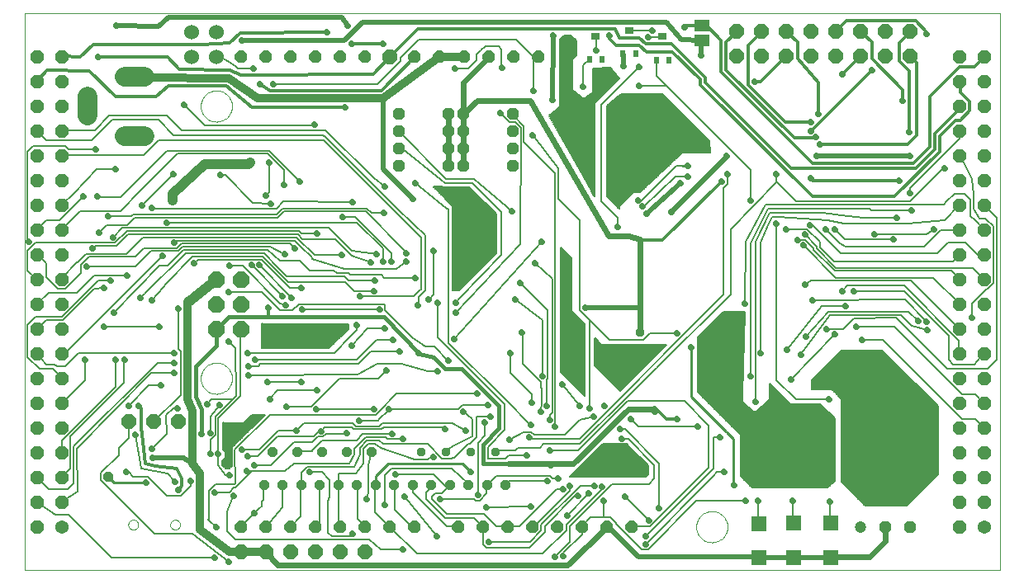
<source format=gtl>
G75*
G70*
%OFA0B0*%
%FSLAX24Y24*%
%IPPOS*%
%LPD*%
%AMOC8*
5,1,8,0,0,1.08239X$1,22.5*
%
%ADD10C,0.0000*%
%ADD11OC8,0.0500*%
%ADD12C,0.0540*%
%ADD13OC8,0.0540*%
%ADD14C,0.0787*%
%ADD15R,0.0354X0.0276*%
%ADD16R,0.0236X0.0276*%
%ADD17OC8,0.0600*%
%ADD18OC8,0.0660*%
%ADD19R,0.0591X0.0591*%
%ADD20C,0.0600*%
%ADD21OC8,0.0480*%
%ADD22OC8,0.0354*%
%ADD23C,0.0472*%
%ADD24OC8,0.0472*%
%ADD25R,0.0630X0.0460*%
%ADD26OC8,0.0400*%
%ADD27C,0.0200*%
%ADD28OC8,0.0236*%
%ADD29C,0.0080*%
%ADD30C,0.0120*%
%ADD31C,0.0060*%
%ADD32C,0.0320*%
%ADD33C,0.0100*%
%ADD34C,0.0240*%
%ADD35C,0.0400*%
%ADD36C,0.0160*%
D10*
X000333Y000604D02*
X000333Y023100D01*
X039703Y023100D01*
X039703Y000604D01*
X000333Y000604D01*
X004529Y002437D02*
X004531Y002464D01*
X004537Y002491D01*
X004546Y002517D01*
X004559Y002541D01*
X004575Y002564D01*
X004594Y002583D01*
X004616Y002600D01*
X004640Y002614D01*
X004665Y002624D01*
X004692Y002631D01*
X004719Y002634D01*
X004747Y002633D01*
X004774Y002628D01*
X004800Y002620D01*
X004824Y002608D01*
X004847Y002592D01*
X004868Y002574D01*
X004885Y002553D01*
X004900Y002529D01*
X004911Y002504D01*
X004919Y002478D01*
X004923Y002451D01*
X004923Y002423D01*
X004919Y002396D01*
X004911Y002370D01*
X004900Y002345D01*
X004885Y002321D01*
X004868Y002300D01*
X004847Y002282D01*
X004825Y002266D01*
X004800Y002254D01*
X004774Y002246D01*
X004747Y002241D01*
X004719Y002240D01*
X004692Y002243D01*
X004665Y002250D01*
X004640Y002260D01*
X004616Y002274D01*
X004594Y002291D01*
X004575Y002310D01*
X004559Y002333D01*
X004546Y002357D01*
X004537Y002383D01*
X004531Y002410D01*
X004529Y002437D01*
X006222Y002437D02*
X006224Y002464D01*
X006230Y002491D01*
X006239Y002517D01*
X006252Y002541D01*
X006268Y002564D01*
X006287Y002583D01*
X006309Y002600D01*
X006333Y002614D01*
X006358Y002624D01*
X006385Y002631D01*
X006412Y002634D01*
X006440Y002633D01*
X006467Y002628D01*
X006493Y002620D01*
X006517Y002608D01*
X006540Y002592D01*
X006561Y002574D01*
X006578Y002553D01*
X006593Y002529D01*
X006604Y002504D01*
X006612Y002478D01*
X006616Y002451D01*
X006616Y002423D01*
X006612Y002396D01*
X006604Y002370D01*
X006593Y002345D01*
X006578Y002321D01*
X006561Y002300D01*
X006540Y002282D01*
X006518Y002266D01*
X006493Y002254D01*
X006467Y002246D01*
X006440Y002241D01*
X006412Y002240D01*
X006385Y002243D01*
X006358Y002250D01*
X006333Y002260D01*
X006309Y002274D01*
X006287Y002291D01*
X006268Y002310D01*
X006252Y002333D01*
X006239Y002357D01*
X006230Y002383D01*
X006224Y002410D01*
X006222Y002437D01*
X007453Y008354D02*
X007455Y008404D01*
X007461Y008454D01*
X007471Y008503D01*
X007485Y008551D01*
X007502Y008598D01*
X007523Y008643D01*
X007548Y008687D01*
X007576Y008728D01*
X007608Y008767D01*
X007642Y008804D01*
X007679Y008838D01*
X007719Y008868D01*
X007761Y008895D01*
X007805Y008919D01*
X007851Y008940D01*
X007898Y008956D01*
X007946Y008969D01*
X007996Y008978D01*
X008045Y008983D01*
X008096Y008984D01*
X008146Y008981D01*
X008195Y008974D01*
X008244Y008963D01*
X008292Y008948D01*
X008338Y008930D01*
X008383Y008908D01*
X008426Y008882D01*
X008467Y008853D01*
X008506Y008821D01*
X008542Y008786D01*
X008574Y008748D01*
X008604Y008708D01*
X008631Y008665D01*
X008654Y008621D01*
X008673Y008575D01*
X008689Y008527D01*
X008701Y008478D01*
X008709Y008429D01*
X008713Y008379D01*
X008713Y008329D01*
X008709Y008279D01*
X008701Y008230D01*
X008689Y008181D01*
X008673Y008133D01*
X008654Y008087D01*
X008631Y008043D01*
X008604Y008000D01*
X008574Y007960D01*
X008542Y007922D01*
X008506Y007887D01*
X008467Y007855D01*
X008426Y007826D01*
X008383Y007800D01*
X008338Y007778D01*
X008292Y007760D01*
X008244Y007745D01*
X008195Y007734D01*
X008146Y007727D01*
X008096Y007724D01*
X008045Y007725D01*
X007996Y007730D01*
X007946Y007739D01*
X007898Y007752D01*
X007851Y007768D01*
X007805Y007789D01*
X007761Y007813D01*
X007719Y007840D01*
X007679Y007870D01*
X007642Y007904D01*
X007608Y007941D01*
X007576Y007980D01*
X007548Y008021D01*
X007523Y008065D01*
X007502Y008110D01*
X007485Y008157D01*
X007471Y008205D01*
X007461Y008254D01*
X007455Y008304D01*
X007453Y008354D01*
X007453Y019354D02*
X007455Y019404D01*
X007461Y019454D01*
X007471Y019503D01*
X007485Y019551D01*
X007502Y019598D01*
X007523Y019643D01*
X007548Y019687D01*
X007576Y019728D01*
X007608Y019767D01*
X007642Y019804D01*
X007679Y019838D01*
X007719Y019868D01*
X007761Y019895D01*
X007805Y019919D01*
X007851Y019940D01*
X007898Y019956D01*
X007946Y019969D01*
X007996Y019978D01*
X008045Y019983D01*
X008096Y019984D01*
X008146Y019981D01*
X008195Y019974D01*
X008244Y019963D01*
X008292Y019948D01*
X008338Y019930D01*
X008383Y019908D01*
X008426Y019882D01*
X008467Y019853D01*
X008506Y019821D01*
X008542Y019786D01*
X008574Y019748D01*
X008604Y019708D01*
X008631Y019665D01*
X008654Y019621D01*
X008673Y019575D01*
X008689Y019527D01*
X008701Y019478D01*
X008709Y019429D01*
X008713Y019379D01*
X008713Y019329D01*
X008709Y019279D01*
X008701Y019230D01*
X008689Y019181D01*
X008673Y019133D01*
X008654Y019087D01*
X008631Y019043D01*
X008604Y019000D01*
X008574Y018960D01*
X008542Y018922D01*
X008506Y018887D01*
X008467Y018855D01*
X008426Y018826D01*
X008383Y018800D01*
X008338Y018778D01*
X008292Y018760D01*
X008244Y018745D01*
X008195Y018734D01*
X008146Y018727D01*
X008096Y018724D01*
X008045Y018725D01*
X007996Y018730D01*
X007946Y018739D01*
X007898Y018752D01*
X007851Y018768D01*
X007805Y018789D01*
X007761Y018813D01*
X007719Y018840D01*
X007679Y018870D01*
X007642Y018904D01*
X007608Y018941D01*
X007576Y018980D01*
X007548Y019021D01*
X007523Y019065D01*
X007502Y019110D01*
X007485Y019157D01*
X007471Y019205D01*
X007461Y019254D01*
X007455Y019304D01*
X007453Y019354D01*
X027453Y002354D02*
X027455Y002404D01*
X027461Y002454D01*
X027471Y002503D01*
X027485Y002551D01*
X027502Y002598D01*
X027523Y002643D01*
X027548Y002687D01*
X027576Y002728D01*
X027608Y002767D01*
X027642Y002804D01*
X027679Y002838D01*
X027719Y002868D01*
X027761Y002895D01*
X027805Y002919D01*
X027851Y002940D01*
X027898Y002956D01*
X027946Y002969D01*
X027996Y002978D01*
X028045Y002983D01*
X028096Y002984D01*
X028146Y002981D01*
X028195Y002974D01*
X028244Y002963D01*
X028292Y002948D01*
X028338Y002930D01*
X028383Y002908D01*
X028426Y002882D01*
X028467Y002853D01*
X028506Y002821D01*
X028542Y002786D01*
X028574Y002748D01*
X028604Y002708D01*
X028631Y002665D01*
X028654Y002621D01*
X028673Y002575D01*
X028689Y002527D01*
X028701Y002478D01*
X028709Y002429D01*
X028713Y002379D01*
X028713Y002329D01*
X028709Y002279D01*
X028701Y002230D01*
X028689Y002181D01*
X028673Y002133D01*
X028654Y002087D01*
X028631Y002043D01*
X028604Y002000D01*
X028574Y001960D01*
X028542Y001922D01*
X028506Y001887D01*
X028467Y001855D01*
X028426Y001826D01*
X028383Y001800D01*
X028338Y001778D01*
X028292Y001760D01*
X028244Y001745D01*
X028195Y001734D01*
X028146Y001727D01*
X028096Y001724D01*
X028045Y001725D01*
X027996Y001730D01*
X027946Y001739D01*
X027898Y001752D01*
X027851Y001768D01*
X027805Y001789D01*
X027761Y001813D01*
X027719Y001840D01*
X027679Y001870D01*
X027642Y001904D01*
X027608Y001941D01*
X027576Y001980D01*
X027548Y002021D01*
X027523Y002065D01*
X027502Y002110D01*
X027485Y002157D01*
X027471Y002205D01*
X027461Y002254D01*
X027455Y002304D01*
X027453Y002354D01*
D11*
X024833Y002354D03*
X023833Y002354D03*
X022833Y002354D03*
X021833Y002354D03*
X020833Y002354D03*
X019833Y002354D03*
X018833Y002354D03*
X017833Y002354D03*
X016083Y002354D03*
X015083Y002354D03*
X014083Y002354D03*
X013083Y002354D03*
X012083Y002354D03*
X011083Y002354D03*
X010083Y002354D03*
X009083Y002354D03*
X009083Y021354D03*
X010083Y021354D03*
X011083Y021354D03*
X012083Y021354D03*
X013083Y021354D03*
X014083Y021354D03*
X016083Y021354D03*
X017083Y021354D03*
X018083Y021354D03*
X019083Y021354D03*
X020083Y021354D03*
X021083Y021354D03*
D12*
X039083Y002354D03*
X001833Y002354D03*
D13*
X000833Y002354D03*
X000833Y003354D03*
X001833Y003354D03*
X001833Y004354D03*
X000833Y004354D03*
X000833Y005354D03*
X001833Y005354D03*
X001833Y006354D03*
X000833Y006354D03*
X000833Y007354D03*
X001833Y007354D03*
X001833Y008354D03*
X000833Y008354D03*
X000833Y009354D03*
X001833Y009354D03*
X001833Y010354D03*
X000833Y010354D03*
X000833Y011354D03*
X001833Y011354D03*
X001833Y012354D03*
X000833Y012354D03*
X000833Y013354D03*
X001833Y013354D03*
X001833Y014354D03*
X000833Y014354D03*
X000833Y015354D03*
X001833Y015354D03*
X001833Y016354D03*
X000833Y016354D03*
X000833Y017354D03*
X001833Y017354D03*
X001833Y018354D03*
X000833Y018354D03*
X000833Y019354D03*
X001833Y019354D03*
X001833Y020354D03*
X000833Y020354D03*
X000833Y021354D03*
X001833Y021354D03*
X038083Y021354D03*
X039083Y021354D03*
X039083Y020354D03*
X038083Y020354D03*
X038083Y019354D03*
X039083Y019354D03*
X039083Y018354D03*
X038083Y018354D03*
X038083Y017354D03*
X039083Y017354D03*
X039083Y016354D03*
X038083Y016354D03*
X038083Y015354D03*
X039083Y015354D03*
X039083Y014354D03*
X038083Y014354D03*
X038083Y013354D03*
X039083Y013354D03*
X039083Y012354D03*
X038083Y012354D03*
X038083Y011354D03*
X039083Y011354D03*
X039083Y010354D03*
X038083Y010354D03*
X038083Y009354D03*
X039083Y009354D03*
X039083Y008354D03*
X038083Y008354D03*
X038083Y007354D03*
X039083Y007354D03*
X039083Y006354D03*
X038083Y006354D03*
X038083Y005354D03*
X039083Y005354D03*
X039083Y004354D03*
X038083Y004354D03*
X038083Y003354D03*
X039083Y003354D03*
X038083Y002354D03*
D14*
X005166Y018143D02*
X004379Y018143D01*
X002883Y018970D02*
X002883Y019757D01*
X004379Y020545D02*
X005166Y020545D01*
D15*
X023393Y022186D03*
X024743Y022416D03*
X026093Y022166D03*
D16*
X024999Y021471D03*
X024487Y021471D03*
X023649Y021241D03*
X023137Y021241D03*
X025837Y021221D03*
X026349Y021221D03*
D17*
X029093Y021364D03*
X030093Y021364D03*
X031093Y021364D03*
X032093Y021364D03*
X033093Y021364D03*
X034093Y021364D03*
X035093Y021364D03*
X036093Y021364D03*
X036093Y022364D03*
X035093Y022364D03*
X034093Y022364D03*
X033093Y022364D03*
X032093Y022364D03*
X031093Y022364D03*
X030093Y022364D03*
X029093Y022364D03*
X015083Y021354D03*
X006543Y006604D03*
X005543Y006604D03*
X004543Y006604D03*
X009083Y001354D03*
X010083Y001354D03*
X011083Y001354D03*
X012083Y001354D03*
X013083Y001354D03*
X014083Y001354D03*
D18*
X009086Y010338D03*
X008086Y010338D03*
X008086Y011338D03*
X009086Y011338D03*
X009086Y012338D03*
X008086Y012338D03*
D19*
X029973Y002473D03*
X031383Y002493D03*
X032883Y002493D03*
X032883Y001115D03*
X031383Y001115D03*
X029973Y001095D03*
D20*
X008083Y021354D03*
X007083Y021354D03*
X007083Y022354D03*
X008083Y022354D03*
D21*
X015433Y019054D03*
X015433Y018354D03*
X015433Y017654D03*
X015433Y016954D03*
X017433Y016954D03*
X018033Y016954D03*
X018033Y017654D03*
X017433Y017654D03*
X017433Y018354D03*
X018033Y018354D03*
X018033Y019054D03*
X017433Y019054D03*
X020033Y019054D03*
X020033Y018354D03*
X020033Y017654D03*
X020033Y016954D03*
D22*
X009453Y017064D03*
X006323Y015534D03*
X016333Y005384D03*
X017333Y005384D03*
X018333Y005384D03*
X019333Y005384D03*
X025183Y010194D03*
D23*
X034083Y002354D03*
D24*
X035083Y002354D03*
X036083Y002354D03*
D25*
X027683Y022014D03*
X027683Y022614D03*
D26*
X014333Y005384D03*
X013333Y005384D03*
X012333Y005384D03*
X011333Y005384D03*
X010333Y005384D03*
X010013Y004034D03*
X010763Y004034D03*
X011513Y004034D03*
X012263Y004034D03*
X013013Y004034D03*
X013763Y004034D03*
X014513Y004034D03*
X015263Y004034D03*
X016013Y004034D03*
X016763Y004034D03*
X017513Y004034D03*
X018263Y004034D03*
X019013Y004034D03*
X019763Y004034D03*
X003713Y004384D03*
D27*
X005513Y005144D02*
X006733Y005134D01*
X007123Y004894D01*
X006923Y011454D02*
X006993Y011584D01*
X007049Y011513D01*
X014823Y016824D02*
X016023Y015624D01*
X014823Y016824D02*
X014823Y019664D01*
X013263Y022024D02*
X013983Y022744D01*
X026243Y022734D01*
X026853Y022034D01*
X027683Y022014D01*
X027663Y021994D01*
X027663Y021424D01*
X024513Y021454D02*
X024513Y020974D01*
X024513Y021454D02*
X024487Y021471D01*
X021673Y022194D02*
X021663Y019624D01*
X025443Y015004D02*
X026813Y016244D01*
X026453Y015064D02*
X028703Y017344D01*
X028693Y017344D01*
X032313Y017344D02*
X036093Y017344D01*
X025183Y011194D02*
X022993Y011194D01*
X023833Y002354D02*
X023943Y002314D01*
X025113Y001144D01*
X029883Y001144D01*
X029973Y001095D01*
X029973Y001114D01*
X031383Y001114D01*
X031383Y001115D01*
X031473Y001114D01*
X032883Y001114D01*
X032883Y001115D01*
X032973Y001144D01*
X007590Y020489D02*
X007603Y020524D01*
X009123Y022024D02*
X013263Y022024D01*
X013383Y022594D02*
X013163Y022934D01*
X006133Y022934D01*
X005733Y022584D01*
X004053Y022594D01*
D28*
X004053Y022594D03*
X003303Y021334D03*
X006783Y019394D03*
X007603Y020524D03*
X009583Y020874D03*
X009863Y020234D03*
X010383Y020254D03*
X010023Y019674D03*
X012033Y018604D03*
X013293Y019294D03*
X013563Y021874D03*
X013383Y022594D03*
X012543Y022334D03*
X014823Y021874D03*
X017703Y020884D03*
X019603Y020914D03*
X020873Y019984D03*
X021663Y019624D03*
X022893Y020134D03*
X024513Y020974D03*
X025163Y020954D03*
X025143Y020164D03*
X023403Y021624D03*
X023963Y022204D03*
X025523Y022134D03*
X025673Y022414D03*
X026993Y022544D03*
X027663Y021424D03*
X029823Y020344D03*
X032073Y018724D03*
X032073Y018334D03*
X032283Y018094D03*
X032463Y017824D03*
X032313Y017344D03*
X032073Y016444D03*
X030693Y016624D03*
X029643Y015544D03*
X028473Y016324D03*
X028713Y016594D03*
X028693Y017344D03*
X027103Y016934D03*
X027103Y016504D03*
X026813Y016244D03*
X025293Y015304D03*
X025113Y015544D03*
X025443Y015004D03*
X026453Y015064D03*
X024273Y014484D03*
X021223Y013874D03*
X020943Y013014D03*
X020343Y012224D03*
X020153Y011544D03*
X020423Y010204D03*
X019933Y009374D03*
X021233Y008444D03*
X022033Y008124D03*
X021423Y007244D03*
X021193Y007004D03*
X021543Y006684D03*
X021753Y006424D03*
X020773Y006464D03*
X020703Y005974D03*
X019903Y005874D03*
X020623Y005254D03*
X021563Y005434D03*
X021573Y004834D03*
X021873Y004324D03*
X021453Y004204D03*
X022083Y003874D03*
X022353Y004024D03*
X022683Y003604D03*
X023103Y003694D03*
X023343Y004024D03*
X023643Y003964D03*
X023703Y003394D03*
X024573Y003574D03*
X025963Y003124D03*
X025533Y002614D03*
X025413Y001984D03*
X025413Y001654D03*
X022083Y001174D03*
X021753Y001144D03*
X022233Y002824D03*
X020793Y003184D03*
X018993Y003144D03*
X018643Y003644D03*
X018333Y004574D03*
X016833Y005174D03*
X015623Y005914D03*
X015193Y006124D03*
X015043Y007104D03*
X014433Y007104D03*
X013833Y006644D03*
X013353Y006134D03*
X012313Y006224D03*
X011313Y006234D03*
X012123Y007104D03*
X010913Y007204D03*
X010233Y007514D03*
X010133Y008204D03*
X009383Y008484D03*
X009373Y008844D03*
X009643Y009104D03*
X009333Y009384D03*
X008583Y009834D03*
X006373Y009364D03*
X006373Y008974D03*
X006383Y008564D03*
X005853Y008074D03*
X006513Y007144D03*
X007723Y007314D03*
X008203Y007274D03*
X007833Y006154D03*
X007483Y006124D03*
X007863Y005314D03*
X008163Y005314D03*
X009123Y005464D03*
X009353Y005204D03*
X009603Y004854D03*
X009323Y004614D03*
X008613Y004444D03*
X008773Y003604D03*
X008023Y003754D03*
X007053Y004214D03*
X006543Y003844D03*
X006423Y004174D03*
X007123Y004874D03*
X005513Y005144D03*
X005483Y005514D03*
X004813Y006084D03*
X004953Y007254D03*
X004543Y007254D03*
X004373Y009124D03*
X004013Y009114D03*
X002783Y009114D03*
X003563Y010444D03*
X003953Y011004D03*
X005013Y011614D03*
X005493Y011524D03*
X006543Y011164D03*
X005793Y010444D03*
X003563Y011994D03*
X003813Y012304D03*
X004473Y012514D03*
X005913Y013294D03*
X006393Y013834D03*
X006093Y014644D03*
X005493Y015244D03*
X005073Y015334D03*
X003703Y014914D03*
X003343Y014234D03*
X003903Y014044D03*
X003093Y013594D03*
X002843Y012864D03*
X000513Y013864D03*
X002713Y015704D03*
X003273Y015694D03*
X004023Y016804D03*
X003213Y017614D03*
X006333Y016594D03*
X008253Y016574D03*
X010083Y015744D03*
X010293Y015424D03*
X010803Y016164D03*
X011463Y016294D03*
X010203Y017074D03*
X013173Y014884D03*
X013593Y015484D03*
X014853Y015034D03*
X016023Y015624D03*
X016123Y016254D03*
X014883Y016104D03*
X012153Y014194D03*
X011253Y013624D03*
X010833Y013374D03*
X009813Y012934D03*
X009513Y012934D03*
X008613Y012904D03*
X007193Y013014D03*
X008583Y011854D03*
X010173Y011194D03*
X010883Y011314D03*
X011113Y011594D03*
X010733Y011674D03*
X011523Y012004D03*
X011543Y011134D03*
X013743Y010504D03*
X014673Y011134D03*
X014463Y011884D03*
X014473Y012294D03*
X013893Y011674D03*
X014313Y013054D03*
X014543Y013384D03*
X014803Y013064D03*
X015153Y013074D03*
X015733Y013084D03*
X015733Y013424D03*
X016863Y013504D03*
X016113Y012424D03*
X016663Y011534D03*
X017013Y011394D03*
X017743Y011394D03*
X017753Y011024D03*
X016213Y011324D03*
X014883Y010384D03*
X015223Y009904D03*
X015473Y009444D03*
X016253Y009364D03*
X017003Y008634D03*
X017453Y009064D03*
X017683Y009934D03*
X014953Y008684D03*
X013533Y009664D03*
X011523Y008204D03*
X012133Y007864D03*
X017313Y006314D03*
X018153Y006234D03*
X018903Y006574D03*
X019143Y006824D03*
X019063Y007264D03*
X018603Y007744D03*
X018053Y007004D03*
X020823Y007374D03*
X022763Y007234D03*
X023133Y007134D03*
X023313Y006824D03*
X023733Y007234D03*
X024803Y006724D03*
X024383Y006324D03*
X024443Y005904D03*
X025773Y007024D03*
X026673Y006724D03*
X027523Y006394D03*
X028403Y005974D03*
X028573Y004574D03*
X028973Y004034D03*
X029463Y003404D03*
X029953Y003404D03*
X031363Y003404D03*
X032833Y003384D03*
X032823Y007494D03*
X031283Y008314D03*
X029633Y008434D03*
X030063Y009364D03*
X031123Y009494D03*
X031693Y009324D03*
X031873Y010034D03*
X032713Y010354D03*
X033063Y010144D03*
X033913Y010444D03*
X034163Y009914D03*
X033483Y011274D03*
X033333Y011864D03*
X033813Y011884D03*
X032163Y011524D03*
X031863Y012154D03*
X031773Y013744D03*
X031563Y013954D03*
X031833Y014164D03*
X031083Y014374D03*
X030693Y014614D03*
X032043Y014554D03*
X032683Y014374D03*
X033043Y014374D03*
X034633Y014184D03*
X035413Y013974D03*
X035533Y014854D03*
X036153Y015154D03*
X036093Y015844D03*
X035633Y016354D03*
X036093Y017344D03*
X036063Y018304D03*
X035793Y019564D03*
X034563Y020824D03*
X033363Y020644D03*
X032373Y019044D03*
X036753Y022264D03*
X037473Y016834D03*
X037033Y014374D03*
X038583Y010814D03*
X036763Y010654D03*
X036783Y010314D03*
X036423Y010684D03*
X029853Y007424D03*
X027253Y009614D03*
X026673Y010174D03*
X029403Y011374D03*
X022993Y011194D03*
X020023Y015094D03*
X020863Y018184D03*
X019533Y019084D03*
X021673Y022194D03*
X009123Y022024D03*
X013143Y013334D03*
X011853Y004564D03*
X014143Y003464D03*
X014883Y003234D03*
X015683Y003574D03*
X015323Y004484D03*
X017113Y003484D03*
X016973Y001964D03*
X015613Y001444D03*
X013573Y002074D03*
X009603Y002894D03*
X008083Y002354D03*
X008013Y001104D03*
X008593Y000954D03*
X005253Y004134D03*
X004433Y004564D03*
X019083Y001744D03*
D29*
X020733Y001744D01*
X021183Y002194D01*
X021183Y002434D01*
X022773Y004024D01*
X023343Y004024D01*
X023643Y003964D02*
X023643Y003874D01*
X022203Y002434D01*
X022203Y002224D01*
X021243Y001264D01*
X016173Y001264D01*
X015083Y002354D01*
X014493Y002944D01*
X014493Y004024D01*
X014513Y004034D01*
X014883Y004444D02*
X014883Y003234D01*
X015273Y003034D02*
X015933Y002374D01*
X016083Y002374D01*
X016083Y002354D01*
X016973Y001964D02*
X015683Y003574D01*
X016023Y003744D02*
X016023Y004024D01*
X016013Y004034D01*
X016023Y003744D02*
X017393Y002364D01*
X017823Y002374D01*
X017833Y002354D01*
X017313Y002704D02*
X018483Y002704D01*
X018833Y002354D01*
X018843Y002344D01*
X018843Y001654D01*
X018993Y001504D01*
X020703Y001504D01*
X021333Y002134D01*
X021333Y002374D01*
X022563Y003604D01*
X022683Y003604D01*
X022353Y003814D02*
X020913Y002374D01*
X020853Y002374D01*
X020833Y002354D01*
X020313Y002374D02*
X019833Y002374D01*
X019393Y002374D01*
X018893Y002874D01*
X017393Y002874D01*
X016793Y003474D01*
X016793Y003584D01*
X016923Y003714D01*
X017193Y003714D01*
X017513Y004034D01*
X017373Y003934D01*
X016833Y004474D01*
X016813Y004484D01*
X015323Y004484D01*
X015153Y004724D02*
X014883Y004444D01*
X015153Y004724D02*
X017583Y004724D01*
X018243Y004114D01*
X018243Y004054D01*
X018263Y004034D01*
X017523Y004024D02*
X017513Y004034D01*
X016763Y004034D02*
X016743Y004024D01*
X016743Y003934D01*
X016563Y003754D01*
X016533Y003744D01*
X016533Y003474D01*
X017313Y002704D01*
X018993Y003144D02*
X020793Y003184D01*
X020313Y002374D02*
X021813Y003874D01*
X022083Y003874D01*
X022113Y003874D01*
X022353Y003814D02*
X022353Y004024D01*
X023103Y003694D02*
X022233Y002824D01*
X019833Y002374D02*
X019833Y002354D01*
X015273Y003034D02*
X015273Y004024D01*
X015263Y004034D01*
X013773Y004024D02*
X013763Y004034D01*
X013773Y004024D02*
X013773Y002674D01*
X014073Y002374D01*
X014083Y002354D01*
X011943Y005404D02*
X011343Y005404D01*
X011333Y005384D01*
X011943Y005404D02*
X011943Y005434D01*
X012363Y005854D01*
X013743Y005854D01*
X013983Y006094D01*
X014003Y006124D01*
X015193Y006124D01*
X014618Y006649D02*
X014613Y006649D01*
X014613Y006664D01*
X015033Y007084D01*
X015043Y007104D01*
X015093Y007114D01*
X017853Y007114D01*
X018003Y007264D01*
X019053Y007264D01*
X019063Y007264D01*
X018413Y006714D02*
X018053Y007004D01*
X018413Y006714D02*
X018403Y006414D01*
X018403Y006024D01*
X017603Y005614D01*
X017332Y005418D01*
X017343Y005404D01*
X017333Y005384D01*
X017313Y005404D02*
X017332Y005418D01*
X019333Y005384D02*
X019353Y005404D01*
X019373Y005434D01*
X019923Y005434D01*
X020143Y005434D01*
X020263Y005554D01*
X021153Y005554D01*
X021283Y005694D01*
X022743Y005694D01*
X024683Y007614D01*
X025833Y008764D01*
X025863Y008764D01*
X028853Y011744D01*
X028853Y014374D01*
X030693Y016264D01*
X030723Y016264D01*
X031473Y015514D01*
X036093Y015514D01*
X037413Y016834D01*
X037473Y016834D01*
X030693Y016624D02*
X030693Y016264D01*
X029643Y016774D02*
X029643Y015544D01*
X028713Y016204D02*
X028713Y016594D01*
X028713Y016204D02*
X028563Y016054D01*
X028563Y011734D01*
X022743Y005914D01*
X020853Y005914D01*
X020793Y005974D01*
X020703Y005974D01*
X024573Y003574D02*
X025533Y002614D01*
X025413Y001984D02*
X028153Y004724D01*
X028153Y005974D01*
X028403Y005974D01*
X027523Y006394D02*
X025113Y006394D01*
X024803Y006724D01*
X030683Y008284D02*
X030683Y009304D01*
X030683Y009894D01*
X030693Y014614D01*
X029643Y016774D02*
X026253Y020164D01*
X025837Y020580D01*
X025837Y021221D01*
X025833Y021214D01*
X026253Y020164D02*
X025143Y020164D01*
X023137Y021241D02*
X022893Y020997D01*
X022893Y020134D01*
X023137Y021241D02*
X023133Y021244D01*
X026673Y016954D02*
X026658Y016929D01*
X025263Y015544D01*
X025113Y015544D01*
X025293Y015304D02*
X025343Y015304D01*
X026603Y016504D01*
X027103Y016504D01*
X026873Y016944D02*
X026853Y016954D01*
X026673Y016954D01*
X021223Y013874D02*
X017683Y009934D01*
X015063Y007114D02*
X015043Y007104D01*
X014433Y007104D02*
X012123Y007104D01*
X013833Y006644D02*
X014613Y006649D01*
X006643Y007684D02*
X005553Y006604D01*
X005543Y006604D01*
X004823Y006074D02*
X004813Y006084D01*
X004823Y006074D02*
X005043Y004714D01*
X006123Y004514D01*
X006423Y004174D01*
X006643Y007684D02*
X006643Y009454D01*
X006543Y009544D01*
X006543Y011164D01*
X030683Y008284D02*
X031473Y007494D01*
X032823Y007494D01*
D30*
X026673Y006724D02*
X026253Y006724D01*
X025863Y007114D01*
X025753Y007144D01*
X025723Y007114D02*
X025773Y007024D01*
X021573Y004894D02*
X021573Y004834D01*
X016281Y009330D02*
X016253Y009364D01*
X010173Y010844D02*
X010173Y011194D01*
X005053Y007154D02*
X005053Y006384D01*
X005223Y004894D01*
X005613Y004824D01*
X006493Y004704D01*
X006693Y004294D01*
X006693Y003994D01*
X006543Y003844D01*
X005053Y007154D02*
X004953Y007254D01*
X009503Y019314D02*
X008473Y020164D01*
X006143Y020164D01*
X005653Y019754D01*
X004023Y019744D01*
X002933Y020784D01*
X001263Y020794D01*
X000843Y020374D01*
X000833Y020354D01*
X001833Y021354D02*
X001833Y021364D01*
X002593Y021344D01*
X003103Y021844D01*
X007483Y021854D01*
X008613Y021904D01*
X009033Y022324D01*
X012543Y022334D01*
X013563Y021874D02*
X014823Y021874D01*
X015083Y021354D02*
X016203Y022474D01*
X024193Y022484D01*
X024363Y022124D01*
X025153Y022124D01*
X025403Y021874D01*
X026463Y021874D01*
X027813Y020524D01*
X027813Y020314D01*
X031293Y016834D01*
X036303Y016834D01*
X037083Y017614D01*
X037083Y018244D01*
X038073Y019234D01*
X038073Y019354D01*
X038083Y019354D01*
X038493Y019174D02*
X038493Y019534D01*
X038103Y019924D01*
X038103Y020344D01*
X038083Y020354D01*
X038073Y020944D02*
X036873Y019744D01*
X036873Y017704D01*
X036213Y017044D01*
X032133Y017044D01*
X028443Y020734D01*
X028443Y022024D01*
X027873Y022594D01*
X027693Y022594D01*
X027683Y022614D01*
X027633Y022594D01*
X027033Y022594D01*
X027003Y022564D01*
X026993Y022544D01*
X026493Y021544D02*
X025433Y021544D01*
X025163Y021814D01*
X024223Y021814D01*
X023963Y022074D01*
X023963Y022204D01*
X026493Y021544D02*
X027603Y020434D01*
X027603Y020224D01*
X032133Y015694D01*
X035463Y015694D01*
X037293Y017524D01*
X037293Y018154D01*
X037923Y018784D01*
X038103Y018784D01*
X038493Y019174D01*
X036333Y018184D02*
X036333Y021124D01*
X036093Y021364D01*
X035643Y021184D02*
X035643Y021904D01*
X036093Y022354D01*
X036093Y022364D01*
X036303Y022804D02*
X033513Y022804D01*
X033093Y022384D01*
X033093Y022364D01*
X034093Y022364D02*
X034113Y022354D01*
X034533Y021934D01*
X034533Y021274D01*
X035793Y020014D01*
X035793Y019564D01*
X036063Y020764D02*
X035643Y021184D01*
X036063Y020764D02*
X036063Y018304D01*
X036333Y018184D02*
X035973Y017824D01*
X032463Y017824D01*
X032223Y018094D02*
X032193Y018064D01*
X031413Y018064D01*
X028653Y020824D01*
X028653Y021934D01*
X029073Y022354D01*
X029093Y022364D01*
X029553Y021814D02*
X030093Y022354D01*
X030093Y022364D01*
X029553Y021814D02*
X029553Y020224D01*
X031053Y018724D01*
X032073Y018724D01*
X032073Y018334D02*
X034563Y020824D01*
X034093Y021364D02*
X034083Y021364D01*
X033363Y020644D01*
X032373Y020324D02*
X031533Y021274D01*
X031533Y021934D01*
X031113Y022354D01*
X031093Y022364D01*
X031083Y021364D02*
X031093Y021364D01*
X031083Y021364D02*
X030063Y020344D01*
X029823Y020344D01*
X032373Y020324D02*
X032373Y019044D01*
X032283Y018094D02*
X032223Y018094D01*
X032073Y016444D02*
X032163Y016354D01*
X035633Y016354D01*
X028473Y016324D02*
X026083Y013944D01*
X025243Y013944D01*
X025183Y013984D01*
X016083Y021334D02*
X014733Y019984D01*
X010263Y019984D01*
X010163Y020034D01*
X009863Y020234D01*
X009093Y020594D02*
X014413Y020644D01*
X015083Y021354D01*
X016083Y021334D02*
X016083Y021354D01*
X013293Y019294D02*
X009503Y019314D01*
X009093Y020594D02*
X008613Y020824D01*
X006573Y020854D01*
X006113Y021354D01*
X003303Y021334D01*
X036303Y022804D02*
X036753Y022354D01*
X036753Y022264D01*
X038073Y020944D02*
X038673Y020944D01*
X039083Y021354D01*
D31*
X038083Y018354D02*
X038073Y018334D01*
X038073Y018034D01*
X036093Y016054D01*
X036093Y015844D01*
X036153Y015154D02*
X035003Y015154D01*
X034983Y015154D01*
X034503Y015154D01*
X034473Y015184D01*
X034453Y015204D01*
X030343Y015204D01*
X029633Y013794D01*
X029633Y008434D01*
X029334Y008467D02*
X027513Y008467D01*
X027513Y008409D02*
X029332Y008409D01*
X029331Y008350D02*
X027513Y008350D01*
X027513Y008292D02*
X029329Y008292D01*
X029328Y008233D02*
X027513Y008233D01*
X027513Y008175D02*
X029326Y008175D01*
X029324Y008116D02*
X027513Y008116D01*
X027513Y008058D02*
X029323Y008058D01*
X029321Y007999D02*
X027513Y007999D01*
X027513Y007941D02*
X029320Y007941D01*
X029318Y007882D02*
X027513Y007882D01*
X027513Y007823D02*
X029317Y007823D01*
X029315Y007765D02*
X027551Y007765D01*
X027513Y007804D02*
X027513Y010024D01*
X028533Y011044D01*
X029403Y011044D01*
X029313Y007674D01*
X029303Y007664D01*
X029303Y007424D01*
X029733Y006994D01*
X029883Y006994D01*
X030413Y007524D01*
X030413Y008154D01*
X031263Y007304D01*
X032463Y007304D01*
X033033Y006734D01*
X033033Y004214D01*
X032763Y003944D01*
X029703Y003944D01*
X029243Y004404D01*
X029243Y006074D01*
X027513Y007804D01*
X027610Y007706D02*
X029314Y007706D01*
X029303Y007648D02*
X027669Y007648D01*
X027727Y007589D02*
X029303Y007589D01*
X029303Y007531D02*
X027786Y007531D01*
X027844Y007472D02*
X029303Y007472D01*
X029313Y007414D02*
X027903Y007414D01*
X027961Y007355D02*
X029371Y007355D01*
X029430Y007297D02*
X028020Y007297D01*
X028078Y007238D02*
X029488Y007238D01*
X029547Y007179D02*
X028137Y007179D01*
X028195Y007121D02*
X029605Y007121D01*
X029664Y007062D02*
X028254Y007062D01*
X028312Y007004D02*
X029722Y007004D01*
X029893Y007004D02*
X032762Y007004D01*
X032704Y007062D02*
X029951Y007062D01*
X030010Y007121D02*
X032645Y007121D01*
X032587Y007179D02*
X030068Y007179D01*
X030127Y007238D02*
X032528Y007238D01*
X032470Y007297D02*
X030185Y007297D01*
X030244Y007355D02*
X031211Y007355D01*
X031153Y007414D02*
X030303Y007414D01*
X030361Y007472D02*
X031094Y007472D01*
X031036Y007531D02*
X030413Y007531D01*
X030413Y007589D02*
X030977Y007589D01*
X030919Y007648D02*
X030413Y007648D01*
X030413Y007706D02*
X030860Y007706D01*
X030801Y007765D02*
X030413Y007765D01*
X030413Y007823D02*
X030743Y007823D01*
X030684Y007882D02*
X030413Y007882D01*
X030413Y007941D02*
X030626Y007941D01*
X030567Y007999D02*
X030413Y007999D01*
X030413Y008058D02*
X030509Y008058D01*
X030450Y008116D02*
X030413Y008116D01*
X031283Y008314D02*
X032133Y009214D01*
X033063Y010144D01*
X033383Y010354D02*
X032713Y010354D01*
X033383Y010354D02*
X033823Y010784D01*
X035523Y010794D01*
X037583Y008744D01*
X039213Y008754D01*
X039573Y009114D01*
X039573Y014854D01*
X039093Y015334D01*
X039083Y015354D01*
X038643Y015204D02*
X038643Y015774D01*
X038583Y016424D01*
X038103Y017344D01*
X038083Y017354D01*
X037893Y015824D02*
X038283Y015824D01*
X038523Y015584D01*
X038523Y014914D01*
X038703Y014734D01*
X039083Y014354D01*
X039453Y014494D02*
X039123Y014824D01*
X038873Y014824D01*
X038643Y015204D01*
X038083Y015354D02*
X038063Y015354D01*
X037483Y014744D01*
X035993Y014604D01*
X033403Y014594D01*
X032743Y014744D01*
X030793Y014864D01*
X030513Y014864D01*
X030353Y014544D01*
X030063Y013844D01*
X030063Y009364D01*
X029359Y009404D02*
X027513Y009404D01*
X027513Y009346D02*
X029357Y009346D01*
X029356Y009287D02*
X027513Y009287D01*
X027513Y009228D02*
X029354Y009228D01*
X029353Y009170D02*
X027513Y009170D01*
X027513Y009111D02*
X029351Y009111D01*
X029349Y009053D02*
X027513Y009053D01*
X027513Y008994D02*
X029348Y008994D01*
X029346Y008936D02*
X027513Y008936D01*
X027513Y008877D02*
X029345Y008877D01*
X029343Y008819D02*
X027513Y008819D01*
X027513Y008760D02*
X029342Y008760D01*
X029340Y008702D02*
X027513Y008702D01*
X027513Y008643D02*
X029339Y008643D01*
X029337Y008584D02*
X027513Y008584D01*
X027513Y008526D02*
X029335Y008526D01*
X029360Y009463D02*
X027513Y009463D01*
X027513Y009521D02*
X029362Y009521D01*
X029364Y009580D02*
X027513Y009580D01*
X027513Y009638D02*
X029365Y009638D01*
X029367Y009697D02*
X027513Y009697D01*
X027513Y009755D02*
X029368Y009755D01*
X029370Y009814D02*
X027513Y009814D01*
X027513Y009872D02*
X029371Y009872D01*
X029373Y009931D02*
X027513Y009931D01*
X027513Y009990D02*
X029374Y009990D01*
X029376Y010048D02*
X027537Y010048D01*
X027596Y010107D02*
X029378Y010107D01*
X029379Y010165D02*
X027654Y010165D01*
X027713Y010224D02*
X029381Y010224D01*
X029382Y010282D02*
X027771Y010282D01*
X027830Y010341D02*
X029384Y010341D01*
X029385Y010399D02*
X027888Y010399D01*
X027947Y010458D02*
X029387Y010458D01*
X029389Y010516D02*
X028005Y010516D01*
X028064Y010575D02*
X029390Y010575D01*
X029392Y010634D02*
X028122Y010634D01*
X028181Y010692D02*
X029393Y010692D01*
X029395Y010751D02*
X028239Y010751D01*
X028298Y010809D02*
X029396Y010809D01*
X029398Y010868D02*
X028357Y010868D01*
X028415Y010926D02*
X029399Y010926D01*
X029401Y010985D02*
X028474Y010985D01*
X028532Y011043D02*
X029403Y011043D01*
X029403Y011374D02*
X029433Y013864D01*
X030243Y015364D01*
X037433Y015364D01*
X037563Y015494D01*
X037893Y015824D01*
X038083Y014354D02*
X038073Y014344D01*
X037323Y014344D01*
X036663Y013684D01*
X036213Y013684D01*
X036203Y013684D01*
X033483Y013684D01*
X033243Y013794D01*
X032683Y014374D01*
X033043Y014374D02*
X033453Y013974D01*
X035413Y013974D01*
X034633Y014184D02*
X036733Y014184D01*
X037033Y014374D01*
X037613Y013844D02*
X037183Y013414D01*
X036813Y013414D01*
X036803Y013414D01*
X033273Y013414D01*
X032133Y014554D01*
X032043Y014554D01*
X031923Y014374D02*
X032433Y013864D01*
X032433Y013654D01*
X033003Y013084D01*
X037803Y013084D01*
X038073Y013354D01*
X038083Y013354D01*
X038303Y013844D02*
X037613Y013844D01*
X038303Y013844D02*
X038813Y013354D01*
X039063Y013354D01*
X039083Y013354D01*
X038613Y012814D02*
X039063Y012364D01*
X039083Y012354D01*
X039183Y011974D02*
X039213Y011974D01*
X039453Y012214D01*
X039453Y014494D01*
X038613Y012814D02*
X033093Y012814D01*
X032313Y013594D01*
X032313Y013684D01*
X031833Y014164D01*
X031863Y013954D02*
X031563Y013954D01*
X031773Y013744D02*
X033093Y012424D01*
X037023Y012424D01*
X038073Y011374D01*
X038083Y011354D01*
X038583Y011374D02*
X039183Y011974D01*
X038583Y011374D02*
X038583Y010814D01*
X038083Y010354D02*
X038073Y010354D01*
X036123Y012304D01*
X033513Y012304D01*
X032073Y012304D01*
X031863Y012154D01*
X033033Y012694D02*
X037743Y012694D01*
X038083Y012354D01*
X036763Y010654D02*
X035893Y011534D01*
X032163Y011524D01*
X032513Y011274D02*
X033483Y011274D01*
X033333Y011864D02*
X033563Y012104D01*
X035833Y012104D01*
X038043Y009874D01*
X038043Y009394D01*
X038083Y009354D01*
X037653Y009104D02*
X037823Y008894D01*
X038673Y008894D01*
X039063Y009364D01*
X039083Y009354D01*
X037653Y009104D02*
X037653Y010074D01*
X037613Y010114D01*
X035853Y011884D01*
X033813Y011884D01*
X032793Y011044D02*
X035853Y011044D01*
X036023Y011034D01*
X036423Y010684D01*
X036143Y010484D02*
X036783Y010314D01*
X036143Y010484D02*
X035703Y010924D01*
X032853Y010924D01*
X031688Y009339D01*
X031653Y009304D01*
X031693Y009324D01*
X031123Y009494D02*
X032513Y011274D01*
X032793Y011044D02*
X031883Y010034D01*
X031873Y010034D01*
X033116Y009287D02*
X035142Y009287D01*
X035201Y009228D02*
X033057Y009228D01*
X032999Y009170D02*
X035261Y009170D01*
X035320Y009111D02*
X032940Y009111D01*
X032882Y009053D02*
X035379Y009053D01*
X035439Y008994D02*
X032823Y008994D01*
X032765Y008936D02*
X035498Y008936D01*
X035557Y008877D02*
X032706Y008877D01*
X032648Y008819D02*
X035616Y008819D01*
X035676Y008760D02*
X032589Y008760D01*
X032530Y008702D02*
X035735Y008702D01*
X035794Y008643D02*
X032472Y008643D01*
X032413Y008584D02*
X035854Y008584D01*
X035913Y008526D02*
X032355Y008526D01*
X032296Y008467D02*
X035972Y008467D01*
X036032Y008409D02*
X032238Y008409D01*
X032179Y008350D02*
X036091Y008350D01*
X036150Y008292D02*
X032121Y008292D01*
X032103Y008274D02*
X033313Y009484D01*
X034943Y009484D01*
X037223Y007234D01*
X037223Y004484D01*
X035953Y003214D01*
X034273Y003214D01*
X033323Y004164D01*
X033323Y007514D01*
X032933Y007904D01*
X032123Y007904D01*
X032103Y007924D01*
X032103Y008274D01*
X032103Y008233D02*
X036210Y008233D01*
X036269Y008175D02*
X032103Y008175D01*
X032103Y008116D02*
X036328Y008116D01*
X036388Y008058D02*
X032103Y008058D01*
X032103Y007999D02*
X036447Y007999D01*
X036506Y007941D02*
X032103Y007941D01*
X032954Y007882D02*
X036566Y007882D01*
X036625Y007823D02*
X033013Y007823D01*
X033071Y007765D02*
X036684Y007765D01*
X036744Y007706D02*
X033130Y007706D01*
X033189Y007648D02*
X036803Y007648D01*
X036862Y007589D02*
X033247Y007589D01*
X033306Y007531D02*
X036922Y007531D01*
X036981Y007472D02*
X033323Y007472D01*
X033323Y007414D02*
X037040Y007414D01*
X037100Y007355D02*
X033323Y007355D01*
X033323Y007297D02*
X037159Y007297D01*
X037218Y007238D02*
X033323Y007238D01*
X033323Y007179D02*
X037223Y007179D01*
X037223Y007121D02*
X033323Y007121D01*
X033323Y007062D02*
X037223Y007062D01*
X037223Y007004D02*
X033323Y007004D01*
X033323Y006945D02*
X037223Y006945D01*
X037223Y006887D02*
X033323Y006887D01*
X033323Y006828D02*
X037223Y006828D01*
X037223Y006770D02*
X033323Y006770D01*
X033323Y006711D02*
X037223Y006711D01*
X037223Y006653D02*
X033323Y006653D01*
X033323Y006594D02*
X037223Y006594D01*
X037223Y006535D02*
X033323Y006535D01*
X033323Y006477D02*
X037223Y006477D01*
X037223Y006418D02*
X033323Y006418D01*
X033323Y006360D02*
X037223Y006360D01*
X037223Y006301D02*
X033323Y006301D01*
X033323Y006243D02*
X037223Y006243D01*
X037223Y006184D02*
X033323Y006184D01*
X033323Y006126D02*
X037223Y006126D01*
X037223Y006067D02*
X033323Y006067D01*
X033323Y006009D02*
X037223Y006009D01*
X037223Y005950D02*
X033323Y005950D01*
X033323Y005891D02*
X037223Y005891D01*
X037223Y005833D02*
X033323Y005833D01*
X033323Y005774D02*
X037223Y005774D01*
X037223Y005716D02*
X033323Y005716D01*
X033323Y005657D02*
X037223Y005657D01*
X037223Y005599D02*
X033323Y005599D01*
X033323Y005540D02*
X037223Y005540D01*
X037223Y005482D02*
X033323Y005482D01*
X033323Y005423D02*
X037223Y005423D01*
X037223Y005365D02*
X033323Y005365D01*
X033323Y005306D02*
X037223Y005306D01*
X037223Y005248D02*
X033323Y005248D01*
X033323Y005189D02*
X037223Y005189D01*
X037223Y005130D02*
X033323Y005130D01*
X033323Y005072D02*
X037223Y005072D01*
X037223Y005013D02*
X033323Y005013D01*
X033323Y004955D02*
X037223Y004955D01*
X037223Y004896D02*
X033323Y004896D01*
X033323Y004838D02*
X037223Y004838D01*
X037223Y004779D02*
X033323Y004779D01*
X033323Y004721D02*
X037223Y004721D01*
X037223Y004662D02*
X033323Y004662D01*
X033323Y004604D02*
X037223Y004604D01*
X037223Y004545D02*
X033323Y004545D01*
X033323Y004486D02*
X037223Y004486D01*
X037167Y004428D02*
X033323Y004428D01*
X033323Y004369D02*
X037108Y004369D01*
X037050Y004311D02*
X033323Y004311D01*
X033323Y004252D02*
X036991Y004252D01*
X036933Y004194D02*
X033323Y004194D01*
X033351Y004135D02*
X036874Y004135D01*
X036816Y004077D02*
X033410Y004077D01*
X033468Y004018D02*
X036757Y004018D01*
X036698Y003960D02*
X033527Y003960D01*
X033585Y003901D02*
X036640Y003901D01*
X036581Y003842D02*
X033644Y003842D01*
X033702Y003784D02*
X036523Y003784D01*
X036464Y003725D02*
X033761Y003725D01*
X033819Y003667D02*
X036406Y003667D01*
X036347Y003608D02*
X033878Y003608D01*
X033937Y003550D02*
X036289Y003550D01*
X036230Y003491D02*
X033995Y003491D01*
X034054Y003433D02*
X036172Y003433D01*
X036113Y003374D02*
X034112Y003374D01*
X034171Y003316D02*
X036054Y003316D01*
X035996Y003257D02*
X034229Y003257D01*
X032833Y003384D02*
X032843Y003034D01*
X032843Y002494D01*
X032883Y002493D01*
X031383Y002493D02*
X031353Y002504D01*
X031363Y002954D01*
X031363Y003404D01*
X029953Y003404D02*
X029943Y002974D01*
X029963Y002494D01*
X029973Y002473D01*
X029463Y003404D02*
X027463Y003404D01*
X025503Y001444D01*
X025233Y001444D01*
X024213Y002464D01*
X024213Y002494D01*
X023973Y002734D01*
X023703Y002734D01*
X023703Y003394D01*
X023703Y002734D02*
X023193Y002734D01*
X022833Y002374D01*
X022833Y002354D01*
X022833Y002044D01*
X022083Y001294D01*
X022083Y001174D01*
X021753Y001144D02*
X022353Y001744D01*
X022353Y002374D01*
X024063Y004084D01*
X025533Y004084D01*
X025753Y004304D01*
X025753Y004854D01*
X024703Y005904D01*
X024443Y005904D01*
X024663Y005684D02*
X025513Y004834D01*
X025513Y004464D01*
X025413Y004364D01*
X022343Y004364D01*
X023673Y005694D01*
X024673Y005694D01*
X024663Y005684D01*
X024689Y005657D02*
X023636Y005657D01*
X023578Y005599D02*
X024748Y005599D01*
X024806Y005540D02*
X023519Y005540D01*
X023461Y005482D02*
X024865Y005482D01*
X024923Y005423D02*
X023402Y005423D01*
X023344Y005365D02*
X024982Y005365D01*
X025040Y005306D02*
X023285Y005306D01*
X023226Y005248D02*
X025099Y005248D01*
X025157Y005189D02*
X023168Y005189D01*
X023109Y005130D02*
X025216Y005130D01*
X025274Y005072D02*
X023051Y005072D01*
X022992Y005013D02*
X025333Y005013D01*
X025391Y004955D02*
X022934Y004955D01*
X022875Y004896D02*
X025450Y004896D01*
X025509Y004838D02*
X022817Y004838D01*
X022758Y004779D02*
X025513Y004779D01*
X025513Y004721D02*
X022700Y004721D01*
X022641Y004662D02*
X025513Y004662D01*
X025513Y004604D02*
X022582Y004604D01*
X022524Y004545D02*
X025513Y004545D01*
X025513Y004486D02*
X022465Y004486D01*
X022407Y004428D02*
X025477Y004428D01*
X025418Y004369D02*
X022348Y004369D01*
X021873Y004324D02*
X021633Y004324D01*
X021543Y004414D01*
X019383Y004414D01*
X019023Y004054D01*
X019013Y004034D01*
X018993Y003994D01*
X018993Y003694D01*
X018723Y003424D01*
X018543Y003424D01*
X018483Y003484D01*
X017133Y003484D01*
X017113Y003484D01*
X018643Y003644D02*
X018653Y003574D01*
X018653Y003564D01*
X018643Y003894D01*
X018633Y005744D01*
X018903Y006034D01*
X018903Y006574D01*
X019143Y006824D02*
X018583Y006804D01*
X018583Y005984D01*
X018323Y005724D01*
X018243Y005724D01*
X018243Y005704D01*
X017673Y005134D01*
X017583Y005134D01*
X017583Y005114D01*
X017193Y005114D01*
X016613Y005694D01*
X014803Y005694D01*
X014663Y005844D01*
X014163Y005844D01*
X013873Y005544D01*
X013873Y005284D01*
X013633Y004774D01*
X013623Y004774D01*
X011763Y004774D01*
X011523Y004534D01*
X011523Y004054D01*
X011513Y004034D01*
X011493Y004024D01*
X011493Y002764D01*
X011083Y002354D01*
X010753Y003134D02*
X010083Y002354D01*
X009603Y002894D02*
X009858Y003139D01*
X009903Y003184D01*
X009903Y003364D01*
X009993Y003454D01*
X009993Y004024D01*
X010013Y004034D01*
X010743Y004024D02*
X010763Y004034D01*
X010773Y004054D01*
X010743Y004024D02*
X010753Y003134D01*
X009858Y003139D02*
X009093Y002374D01*
X009083Y002354D01*
X008833Y001854D02*
X008513Y002174D01*
X008513Y002964D01*
X008703Y003474D01*
X008773Y003604D01*
X008613Y003754D02*
X008793Y003934D01*
X008853Y003934D01*
X008883Y003964D01*
X009513Y004594D01*
X009512Y004615D01*
X010863Y004624D01*
X011213Y004924D01*
X013463Y004924D01*
X013653Y005274D01*
X013653Y005524D01*
X014033Y005894D01*
X014103Y005964D01*
X014923Y005964D01*
X014973Y005914D01*
X015623Y005914D01*
X014843Y006374D02*
X017273Y006374D01*
X017313Y006314D01*
X017613Y006544D02*
X017723Y006484D01*
X018153Y006234D01*
X017613Y006544D02*
X015083Y006544D01*
X014783Y006544D01*
X014663Y006424D01*
X013923Y006424D01*
X013703Y006424D01*
X013573Y006554D01*
X011613Y006554D01*
X011313Y006234D01*
X011283Y006244D01*
X010593Y006244D01*
X009813Y005464D01*
X009123Y005464D01*
X008823Y005464D02*
X008833Y004104D01*
X008823Y004084D01*
X008043Y004084D01*
X007773Y003814D01*
X007773Y002674D01*
X007754Y002653D01*
X007753Y002654D01*
X007754Y002653D02*
X008083Y002354D01*
X008833Y001854D02*
X014253Y001854D01*
X014713Y001454D01*
X015613Y001444D01*
X014713Y001454D02*
X014713Y001474D01*
X013573Y002074D02*
X013483Y001984D01*
X012803Y001984D01*
X012733Y001984D01*
X012583Y002124D01*
X012583Y003364D01*
X012643Y003564D01*
X012643Y004254D01*
X012333Y004564D01*
X011853Y004564D01*
X012243Y004024D02*
X012263Y004034D01*
X012243Y004024D02*
X012243Y002524D01*
X012093Y002374D01*
X012083Y002354D01*
X013023Y002434D02*
X013083Y002374D01*
X013083Y002354D01*
X013023Y002434D02*
X013023Y004024D01*
X013013Y004034D01*
X013013Y004504D01*
X013703Y004504D01*
X014023Y004894D01*
X014023Y005514D01*
X014223Y005714D01*
X014483Y005714D01*
X014703Y005544D01*
X016093Y005064D01*
X016623Y005064D01*
X016733Y005174D01*
X016833Y005174D01*
X019033Y005124D02*
X019033Y005544D01*
X019073Y005624D01*
X019713Y006264D01*
X019713Y007324D01*
X017013Y010024D01*
X017013Y010054D01*
X017013Y011374D01*
X017013Y011394D01*
X016683Y011554D02*
X016663Y011534D01*
X016683Y011554D02*
X016863Y011734D01*
X016863Y012214D01*
X016863Y013504D01*
X017623Y013502D02*
X019373Y013502D01*
X019373Y013444D02*
X017623Y013444D01*
X017623Y013385D02*
X019344Y013385D01*
X019373Y013414D02*
X017873Y011914D01*
X017623Y011914D01*
X017623Y015314D01*
X016833Y016104D01*
X017073Y016104D01*
X017083Y016094D01*
X017313Y016074D01*
X018293Y016074D01*
X019373Y014994D01*
X019373Y013414D01*
X019285Y013326D02*
X017623Y013326D01*
X017623Y013268D02*
X019227Y013268D01*
X019168Y013209D02*
X017623Y013209D01*
X017623Y013151D02*
X019110Y013151D01*
X019051Y013092D02*
X017623Y013092D01*
X017623Y013034D02*
X018993Y013034D01*
X018934Y012975D02*
X017623Y012975D01*
X017623Y012917D02*
X018876Y012917D01*
X018817Y012858D02*
X017623Y012858D01*
X017623Y012800D02*
X018759Y012800D01*
X018700Y012741D02*
X017623Y012741D01*
X017623Y012683D02*
X018641Y012683D01*
X018583Y012624D02*
X017623Y012624D01*
X017623Y012565D02*
X018524Y012565D01*
X018466Y012507D02*
X017623Y012507D01*
X017623Y012448D02*
X018407Y012448D01*
X018349Y012390D02*
X017623Y012390D01*
X017623Y012331D02*
X018290Y012331D01*
X018232Y012273D02*
X017623Y012273D01*
X017623Y012214D02*
X018173Y012214D01*
X018115Y012156D02*
X017623Y012156D01*
X017623Y012097D02*
X018056Y012097D01*
X017997Y012039D02*
X017623Y012039D01*
X017623Y011980D02*
X017939Y011980D01*
X017880Y011921D02*
X017623Y011921D01*
X017913Y011614D02*
X019573Y013354D01*
X019583Y015084D01*
X018423Y016244D01*
X017313Y016244D01*
X015573Y017644D01*
X015453Y017644D01*
X015433Y017654D01*
X015433Y018354D02*
X017343Y016424D01*
X018493Y016424D01*
X020023Y015094D01*
X019373Y014966D02*
X017623Y014966D01*
X017623Y015024D02*
X019342Y015024D01*
X019284Y015083D02*
X017623Y015083D01*
X017623Y015141D02*
X019225Y015141D01*
X019166Y015200D02*
X017623Y015200D01*
X017623Y015258D02*
X019108Y015258D01*
X019049Y015317D02*
X017619Y015317D01*
X017561Y015376D02*
X018991Y015376D01*
X018932Y015434D02*
X017502Y015434D01*
X017444Y015493D02*
X018874Y015493D01*
X018815Y015551D02*
X017385Y015551D01*
X017327Y015610D02*
X018757Y015610D01*
X018698Y015668D02*
X017268Y015668D01*
X017210Y015727D02*
X018640Y015727D01*
X018581Y015785D02*
X017151Y015785D01*
X017092Y015844D02*
X018522Y015844D01*
X018464Y015902D02*
X017034Y015902D01*
X016975Y015961D02*
X018405Y015961D01*
X018347Y016019D02*
X016917Y016019D01*
X016858Y016078D02*
X017263Y016078D01*
X017373Y015224D02*
X016123Y016254D01*
X014883Y016104D02*
X014453Y016444D01*
X012483Y018384D01*
X006673Y018384D01*
X006093Y018964D01*
X003763Y018974D01*
X003183Y018364D01*
X001833Y018364D01*
X001833Y018354D01*
X001203Y017974D02*
X000843Y018334D01*
X000833Y018354D01*
X001203Y017974D02*
X003033Y017974D01*
X003873Y018804D01*
X005743Y018794D01*
X006353Y018174D01*
X010413Y018164D01*
X012393Y018164D01*
X012423Y018154D01*
X012433Y018144D01*
X015343Y015244D01*
X016003Y014594D01*
X016023Y014614D01*
X016503Y014134D01*
X016523Y014114D01*
X016523Y011924D01*
X016503Y011914D01*
X016233Y011644D01*
X016233Y011344D01*
X016213Y011324D01*
X016053Y011674D02*
X016323Y011944D01*
X016333Y011954D01*
X016343Y014054D01*
X012403Y017974D01*
X005733Y017974D01*
X005133Y017374D01*
X001833Y017374D01*
X001833Y017354D01*
X002103Y017614D02*
X001983Y017734D01*
X000693Y017734D01*
X000453Y017494D01*
X000453Y013924D01*
X000513Y013864D01*
X000783Y013834D02*
X000453Y013504D01*
X000453Y012724D01*
X000813Y012364D01*
X000833Y012354D01*
X001203Y012454D02*
X001203Y012994D01*
X000843Y013354D01*
X000833Y013354D01*
X000783Y013834D02*
X003993Y013834D01*
X004473Y014314D01*
X011403Y014314D01*
X011523Y014194D01*
X012153Y014194D01*
X012603Y014434D02*
X004293Y014434D01*
X003903Y014044D01*
X003663Y014554D02*
X003343Y014234D01*
X003663Y014554D02*
X004473Y014554D01*
X004773Y014854D01*
X010563Y014854D01*
X010803Y015094D01*
X014103Y015094D01*
X015663Y013534D01*
X015733Y013424D01*
X015153Y013414D02*
X013683Y014884D01*
X013173Y014884D01*
X013743Y014644D02*
X006093Y014644D01*
X005523Y015214D02*
X005493Y015244D01*
X005523Y015214D02*
X010503Y015214D01*
X010783Y015494D01*
X013593Y015484D01*
X014163Y015214D02*
X010743Y015214D01*
X010503Y014974D01*
X004713Y014974D01*
X004653Y014914D01*
X003703Y014914D01*
X004203Y015124D02*
X005013Y015934D01*
X006513Y017434D01*
X010143Y017434D01*
X010803Y016764D01*
X010803Y016164D01*
X011463Y016294D02*
X010203Y017554D01*
X006093Y017554D01*
X004203Y015664D01*
X003303Y015664D01*
X003273Y015694D01*
X002713Y015704D02*
X001743Y014734D01*
X001203Y014734D01*
X000843Y014374D01*
X000833Y014354D01*
X001833Y014354D02*
X001833Y014374D01*
X002583Y015124D01*
X004203Y015124D01*
X005073Y015334D02*
X006333Y016594D01*
X008253Y016574D02*
X008253Y016564D01*
X008433Y016564D01*
X009543Y015454D01*
X009563Y015434D01*
X010293Y015424D01*
X010083Y015744D02*
X010203Y015864D01*
X010203Y017074D01*
X012033Y018544D02*
X012003Y018584D01*
X012063Y018544D01*
X012033Y018544D02*
X012033Y018604D01*
X012003Y018584D02*
X007603Y018574D01*
X006783Y019394D01*
X008833Y020974D02*
X008963Y020884D01*
X009583Y020874D01*
X008833Y020974D02*
X008493Y021224D01*
X008163Y021374D01*
X008103Y021364D01*
X008083Y021354D01*
X010383Y020254D02*
X014583Y020254D01*
X015513Y021184D01*
X015513Y021304D01*
X016263Y022054D01*
X020173Y022054D01*
X020863Y021364D01*
X020883Y021364D01*
X021083Y021354D01*
X021063Y021364D01*
X020883Y021364D01*
X020873Y019984D01*
X021877Y019298D02*
X023343Y019298D01*
X023343Y019356D02*
X021933Y019356D01*
X021933Y019354D02*
X021573Y018994D01*
X021503Y018994D01*
X023343Y015704D01*
X023343Y019474D01*
X024333Y020464D01*
X023983Y020904D01*
X023273Y020874D01*
X023273Y019904D01*
X022923Y019644D01*
X022443Y020014D01*
X022443Y021234D01*
X022623Y021414D01*
X022623Y021994D01*
X022393Y022224D01*
X022113Y022224D01*
X021933Y022034D01*
X021933Y019354D01*
X021933Y019415D02*
X023343Y019415D01*
X023343Y019474D02*
X021933Y019474D01*
X021933Y019532D02*
X023401Y019532D01*
X023460Y019591D02*
X021933Y019591D01*
X021933Y019649D02*
X022915Y019649D01*
X022930Y019649D02*
X023518Y019649D01*
X023577Y019708D02*
X023009Y019708D01*
X023088Y019766D02*
X023635Y019766D01*
X023694Y019825D02*
X023166Y019825D01*
X023245Y019883D02*
X023752Y019883D01*
X023811Y019942D02*
X023273Y019942D01*
X023273Y020000D02*
X023869Y020000D01*
X023928Y020059D02*
X023273Y020059D01*
X023273Y020118D02*
X023986Y020118D01*
X024045Y020176D02*
X023273Y020176D01*
X023273Y020235D02*
X024104Y020235D01*
X024162Y020293D02*
X023273Y020293D01*
X023273Y020352D02*
X024221Y020352D01*
X024279Y020410D02*
X023273Y020410D01*
X023273Y020469D02*
X024329Y020469D01*
X024282Y020527D02*
X023273Y020527D01*
X023273Y020586D02*
X024235Y020586D01*
X024189Y020644D02*
X023273Y020644D01*
X023273Y020703D02*
X024142Y020703D01*
X024096Y020761D02*
X023273Y020761D01*
X023273Y020820D02*
X024049Y020820D01*
X024003Y020879D02*
X023388Y020879D01*
X022614Y021405D02*
X021933Y021405D01*
X021933Y021347D02*
X022556Y021347D01*
X022497Y021288D02*
X021933Y021288D01*
X021933Y021230D02*
X022443Y021230D01*
X022443Y021171D02*
X021933Y021171D01*
X021933Y021113D02*
X022443Y021113D01*
X022443Y021054D02*
X021933Y021054D01*
X021933Y020996D02*
X022443Y020996D01*
X022443Y020937D02*
X021933Y020937D01*
X021933Y020879D02*
X022443Y020879D01*
X022443Y020820D02*
X021933Y020820D01*
X021933Y020761D02*
X022443Y020761D01*
X022443Y020703D02*
X021933Y020703D01*
X021933Y020644D02*
X022443Y020644D01*
X022443Y020586D02*
X021933Y020586D01*
X021933Y020527D02*
X022443Y020527D01*
X022443Y020469D02*
X021933Y020469D01*
X021933Y020410D02*
X022443Y020410D01*
X022443Y020352D02*
X021933Y020352D01*
X021933Y020293D02*
X022443Y020293D01*
X022443Y020235D02*
X021933Y020235D01*
X021933Y020176D02*
X022443Y020176D01*
X022443Y020118D02*
X021933Y020118D01*
X021933Y020059D02*
X022443Y020059D01*
X022460Y020000D02*
X021933Y020000D01*
X021933Y019942D02*
X022536Y019942D01*
X022612Y019883D02*
X021933Y019883D01*
X021933Y019825D02*
X022688Y019825D01*
X022764Y019766D02*
X021933Y019766D01*
X021933Y019708D02*
X022840Y019708D01*
X023343Y019239D02*
X021818Y019239D01*
X021760Y019181D02*
X023343Y019181D01*
X023343Y019122D02*
X021701Y019122D01*
X021643Y019064D02*
X023343Y019064D01*
X023343Y019005D02*
X021584Y019005D01*
X021529Y018947D02*
X023343Y018947D01*
X023343Y018888D02*
X021562Y018888D01*
X021594Y018830D02*
X023343Y018830D01*
X023343Y018771D02*
X021627Y018771D01*
X021660Y018712D02*
X023343Y018712D01*
X023343Y018654D02*
X021693Y018654D01*
X021725Y018595D02*
X023343Y018595D01*
X023343Y018537D02*
X021758Y018537D01*
X021791Y018478D02*
X023343Y018478D01*
X023343Y018420D02*
X021824Y018420D01*
X021856Y018361D02*
X023343Y018361D01*
X023343Y018303D02*
X021889Y018303D01*
X021922Y018244D02*
X023343Y018244D01*
X023343Y018186D02*
X021955Y018186D01*
X021987Y018127D02*
X023343Y018127D01*
X023343Y018069D02*
X022020Y018069D01*
X022053Y018010D02*
X023343Y018010D01*
X023343Y017951D02*
X022086Y017951D01*
X022118Y017893D02*
X023343Y017893D01*
X023343Y017834D02*
X022151Y017834D01*
X022184Y017776D02*
X023343Y017776D01*
X023343Y017717D02*
X022216Y017717D01*
X022249Y017659D02*
X023343Y017659D01*
X023343Y017600D02*
X022282Y017600D01*
X022315Y017542D02*
X023343Y017542D01*
X023343Y017483D02*
X022347Y017483D01*
X022380Y017425D02*
X023343Y017425D01*
X023343Y017366D02*
X022413Y017366D01*
X022446Y017307D02*
X023343Y017307D01*
X023343Y017249D02*
X022478Y017249D01*
X022511Y017190D02*
X023343Y017190D01*
X023343Y017132D02*
X022544Y017132D01*
X022577Y017073D02*
X023343Y017073D01*
X023343Y017015D02*
X022609Y017015D01*
X022642Y016956D02*
X023343Y016956D01*
X023343Y016898D02*
X022675Y016898D01*
X022708Y016839D02*
X023343Y016839D01*
X023343Y016781D02*
X022740Y016781D01*
X022773Y016722D02*
X023343Y016722D01*
X023343Y016663D02*
X022806Y016663D01*
X022839Y016605D02*
X023343Y016605D01*
X023343Y016546D02*
X022871Y016546D01*
X022904Y016488D02*
X023343Y016488D01*
X023343Y016429D02*
X022937Y016429D01*
X022970Y016371D02*
X023343Y016371D01*
X023343Y016312D02*
X023002Y016312D01*
X023035Y016254D02*
X023343Y016254D01*
X023343Y016195D02*
X023068Y016195D01*
X023101Y016137D02*
X023343Y016137D01*
X023343Y016078D02*
X023133Y016078D01*
X023166Y016019D02*
X023343Y016019D01*
X023343Y015961D02*
X023199Y015961D01*
X023231Y015902D02*
X023343Y015902D01*
X023343Y015844D02*
X023264Y015844D01*
X023297Y015785D02*
X023343Y015785D01*
X023343Y015727D02*
X023330Y015727D01*
X023613Y015514D02*
X024273Y014854D01*
X024273Y014524D01*
X024273Y014484D01*
X024353Y015204D02*
X023843Y015714D01*
X023843Y019364D01*
X024013Y019494D01*
X024263Y019694D01*
X024443Y019854D01*
X024883Y019854D01*
X026073Y019844D01*
X027953Y017964D01*
X027993Y017964D01*
X028003Y017484D01*
X026893Y017474D01*
X025183Y015874D01*
X024903Y015874D01*
X024353Y015324D01*
X024353Y015204D01*
X024353Y015258D02*
X024298Y015258D01*
X024353Y015317D02*
X024239Y015317D01*
X024181Y015376D02*
X024404Y015376D01*
X024463Y015434D02*
X024122Y015434D01*
X024064Y015493D02*
X024521Y015493D01*
X024580Y015551D02*
X024005Y015551D01*
X023947Y015610D02*
X024639Y015610D01*
X024697Y015668D02*
X023888Y015668D01*
X023843Y015727D02*
X024756Y015727D01*
X024814Y015785D02*
X023843Y015785D01*
X023843Y015844D02*
X024873Y015844D01*
X025213Y015902D02*
X023843Y015902D01*
X023843Y015961D02*
X025276Y015961D01*
X025338Y016019D02*
X023843Y016019D01*
X023843Y016078D02*
X025401Y016078D01*
X025464Y016137D02*
X023843Y016137D01*
X023843Y016195D02*
X025526Y016195D01*
X025589Y016254D02*
X023843Y016254D01*
X023843Y016312D02*
X025651Y016312D01*
X025714Y016371D02*
X023843Y016371D01*
X023843Y016429D02*
X025776Y016429D01*
X025839Y016488D02*
X023843Y016488D01*
X023843Y016546D02*
X025902Y016546D01*
X025964Y016605D02*
X023843Y016605D01*
X023843Y016663D02*
X026027Y016663D01*
X026089Y016722D02*
X023843Y016722D01*
X023843Y016781D02*
X026152Y016781D01*
X026214Y016839D02*
X023843Y016839D01*
X023843Y016898D02*
X026277Y016898D01*
X026340Y016956D02*
X023843Y016956D01*
X023843Y017015D02*
X026402Y017015D01*
X026465Y017073D02*
X023843Y017073D01*
X023843Y017132D02*
X026527Y017132D01*
X026590Y017190D02*
X023843Y017190D01*
X023843Y017249D02*
X026652Y017249D01*
X026715Y017307D02*
X023843Y017307D01*
X023843Y017366D02*
X026777Y017366D01*
X026840Y017425D02*
X023843Y017425D01*
X023843Y017483D02*
X027933Y017483D01*
X028001Y017542D02*
X023843Y017542D01*
X023843Y017600D02*
X028000Y017600D01*
X027999Y017659D02*
X023843Y017659D01*
X023843Y017717D02*
X027998Y017717D01*
X027996Y017776D02*
X023843Y017776D01*
X023843Y017834D02*
X027995Y017834D01*
X027994Y017893D02*
X023843Y017893D01*
X023843Y017951D02*
X027993Y017951D01*
X027906Y018010D02*
X023843Y018010D01*
X023843Y018069D02*
X027848Y018069D01*
X027789Y018127D02*
X023843Y018127D01*
X023843Y018186D02*
X027731Y018186D01*
X027672Y018244D02*
X023843Y018244D01*
X023843Y018303D02*
X027614Y018303D01*
X027555Y018361D02*
X023843Y018361D01*
X023843Y018420D02*
X027497Y018420D01*
X027438Y018478D02*
X023843Y018478D01*
X023843Y018537D02*
X027379Y018537D01*
X027321Y018595D02*
X023843Y018595D01*
X023843Y018654D02*
X027262Y018654D01*
X027204Y018712D02*
X023843Y018712D01*
X023843Y018771D02*
X027145Y018771D01*
X027087Y018830D02*
X023843Y018830D01*
X023843Y018888D02*
X027028Y018888D01*
X026970Y018947D02*
X023843Y018947D01*
X023843Y019005D02*
X026911Y019005D01*
X026853Y019064D02*
X023843Y019064D01*
X023843Y019122D02*
X026794Y019122D01*
X026735Y019181D02*
X023843Y019181D01*
X023843Y019239D02*
X026677Y019239D01*
X026618Y019298D02*
X023843Y019298D01*
X023843Y019356D02*
X026560Y019356D01*
X026501Y019415D02*
X023910Y019415D01*
X023986Y019474D02*
X026443Y019474D01*
X026384Y019532D02*
X024061Y019532D01*
X024134Y019591D02*
X026326Y019591D01*
X026267Y019649D02*
X024207Y019649D01*
X024278Y019708D02*
X026209Y019708D01*
X026150Y019766D02*
X024344Y019766D01*
X024410Y019825D02*
X026091Y019825D01*
X025163Y020954D02*
X025143Y020944D01*
X023613Y019414D01*
X023613Y015514D01*
X022743Y014734D02*
X021873Y015604D01*
X021873Y016844D01*
X020913Y018124D01*
X020863Y018184D01*
X020493Y017914D02*
X020493Y018544D01*
X020043Y018994D01*
X020033Y019054D01*
X020043Y019054D01*
X020043Y018994D01*
X020163Y018694D02*
X020373Y018484D01*
X020363Y013764D01*
X017753Y011024D01*
X017743Y011394D02*
X017913Y011614D01*
X016053Y011674D02*
X014463Y011674D01*
X014453Y011674D01*
X013893Y011674D01*
X013653Y011884D02*
X013293Y012244D01*
X013283Y012254D01*
X011623Y012254D01*
X011373Y012254D01*
X010973Y012254D01*
X010513Y012714D01*
X009953Y013274D01*
X007583Y013274D01*
X007103Y013274D01*
X006063Y012184D01*
X005943Y012054D01*
X005493Y011524D01*
X005193Y011764D02*
X006843Y013414D01*
X006963Y013414D01*
X006973Y013414D01*
X010003Y013414D01*
X010553Y012854D01*
X010563Y012844D01*
X010923Y012484D01*
X013233Y012484D01*
X013413Y012304D01*
X014463Y012304D01*
X014473Y012294D01*
X014743Y012544D02*
X013473Y012544D01*
X013403Y012614D01*
X012933Y012614D01*
X012823Y012724D01*
X011853Y012724D01*
X011463Y013114D01*
X010633Y013114D01*
X010153Y013554D01*
X006763Y013554D01*
X006123Y012904D01*
X005773Y012904D01*
X003953Y011004D01*
X003563Y010444D02*
X005793Y010444D01*
X006103Y009364D02*
X006373Y009364D01*
X006103Y009364D02*
X003183Y009364D01*
X002503Y009364D01*
X001993Y008854D01*
X001653Y008854D01*
X001543Y008924D01*
X001223Y008924D01*
X000833Y009354D01*
X000453Y009214D02*
X000933Y008734D01*
X001473Y008734D01*
X001833Y008374D01*
X001833Y008354D01*
X002783Y008264D02*
X001833Y007354D01*
X002783Y008264D02*
X002783Y009114D01*
X001983Y009364D02*
X002763Y010144D01*
X005913Y013294D01*
X005463Y013504D02*
X006543Y013504D01*
X006713Y013674D01*
X010263Y013674D01*
X010823Y013364D01*
X010833Y013374D01*
X011053Y013804D02*
X011253Y013614D01*
X011253Y013624D01*
X011463Y013714D02*
X011253Y013924D01*
X006483Y013924D01*
X006393Y013834D01*
X006483Y013624D02*
X006673Y013804D01*
X011053Y013804D01*
X011313Y014044D02*
X005103Y014044D01*
X004443Y013384D01*
X002803Y013384D01*
X002473Y013054D01*
X002463Y013054D01*
X001833Y012424D01*
X001833Y012364D01*
X001833Y012354D01*
X001833Y012364D01*
X001983Y011974D02*
X002613Y012604D01*
X002613Y012934D01*
X002943Y013264D01*
X004803Y013264D01*
X005163Y013624D01*
X006483Y013624D01*
X007193Y013014D02*
X007343Y013134D01*
X009903Y013144D01*
X011043Y012004D01*
X011523Y012004D01*
X011113Y011594D02*
X009813Y012934D01*
X009513Y012934D02*
X010733Y011674D01*
X010653Y011384D02*
X009163Y012904D01*
X008613Y012904D01*
X008583Y011854D02*
X009903Y011854D01*
X010663Y011094D01*
X011123Y011094D01*
X011143Y011094D01*
X011403Y011344D01*
X014883Y011344D01*
X014883Y011094D01*
X015983Y009994D01*
X016523Y009644D01*
X016873Y009644D01*
X017453Y009054D01*
X017463Y009054D01*
X017453Y009064D01*
X017003Y008634D02*
X016983Y008644D01*
X016653Y008644D01*
X016633Y008634D01*
X016623Y008634D01*
X015543Y008934D01*
X014573Y008934D01*
X013783Y008494D01*
X009383Y008484D01*
X009373Y008844D02*
X009773Y008844D01*
X009863Y008934D01*
X013803Y008934D01*
X014313Y009444D01*
X015473Y009444D01*
X015223Y009904D02*
X015213Y009904D01*
X015033Y009904D01*
X015023Y009904D01*
X014533Y009904D01*
X013743Y009104D01*
X009643Y009104D01*
X009333Y009384D02*
X012853Y009364D01*
X013473Y010054D01*
X013743Y010324D01*
X013743Y010504D01*
X013403Y010516D02*
X009913Y010516D01*
X009933Y010554D02*
X009953Y010534D01*
X013403Y010534D01*
X013403Y010354D01*
X012623Y009574D01*
X009933Y009574D01*
X009913Y009594D01*
X009913Y010564D01*
X009933Y010554D01*
X009913Y010458D02*
X013403Y010458D01*
X013403Y010399D02*
X009913Y010399D01*
X009913Y010341D02*
X013390Y010341D01*
X013331Y010282D02*
X009913Y010282D01*
X009913Y010224D02*
X013273Y010224D01*
X013214Y010165D02*
X009913Y010165D01*
X009913Y010107D02*
X013156Y010107D01*
X013097Y010048D02*
X009913Y010048D01*
X009913Y009990D02*
X013038Y009990D01*
X012980Y009931D02*
X009913Y009931D01*
X009913Y009872D02*
X012921Y009872D01*
X012863Y009814D02*
X009913Y009814D01*
X009913Y009755D02*
X012804Y009755D01*
X012746Y009697D02*
X009913Y009697D01*
X009913Y009638D02*
X012687Y009638D01*
X012629Y009580D02*
X009927Y009580D01*
X008863Y009574D02*
X008583Y009834D01*
X008863Y009574D02*
X008873Y007654D01*
X008733Y007514D01*
X007893Y007494D01*
X007723Y007324D01*
X007723Y007314D01*
X008203Y007274D02*
X007843Y006824D01*
X007833Y006154D01*
X008043Y006064D02*
X007863Y005884D01*
X007863Y005314D01*
X008163Y005314D02*
X008163Y005014D01*
X008163Y004834D01*
X008433Y004444D01*
X008613Y004444D01*
X008593Y004704D02*
X008473Y004704D01*
X008323Y004854D01*
X008323Y005014D01*
X008453Y005144D01*
X008453Y005394D01*
X008363Y005484D01*
X008363Y006574D01*
X008383Y006564D01*
X008393Y006554D01*
X009173Y006554D01*
X009503Y006884D01*
X010033Y006884D01*
X008713Y005564D01*
X008713Y005523D01*
X008703Y005513D01*
X008702Y005513D01*
X008703Y005464D01*
X008703Y005414D01*
X008707Y004818D01*
X008593Y004704D01*
X008610Y004721D02*
X008456Y004721D01*
X008397Y004779D02*
X008668Y004779D01*
X008707Y004838D02*
X008339Y004838D01*
X008323Y004896D02*
X008707Y004896D01*
X008706Y004955D02*
X008323Y004955D01*
X008323Y005013D02*
X008706Y005013D01*
X008705Y005072D02*
X008381Y005072D01*
X008439Y005130D02*
X008705Y005130D01*
X008705Y005189D02*
X008453Y005189D01*
X008453Y005248D02*
X008704Y005248D01*
X008704Y005306D02*
X008453Y005306D01*
X008453Y005365D02*
X008703Y005365D01*
X008703Y005414D02*
X008703Y005414D01*
X008703Y005423D02*
X008423Y005423D01*
X008365Y005482D02*
X008702Y005482D01*
X008703Y005513D02*
X008703Y005513D01*
X008713Y005540D02*
X008363Y005540D01*
X008363Y005599D02*
X008748Y005599D01*
X008806Y005657D02*
X008363Y005657D01*
X008363Y005716D02*
X008865Y005716D01*
X008923Y005774D02*
X008363Y005774D01*
X008363Y005833D02*
X008982Y005833D01*
X009040Y005891D02*
X008363Y005891D01*
X008363Y005950D02*
X009099Y005950D01*
X009157Y006009D02*
X008363Y006009D01*
X008363Y006067D02*
X009216Y006067D01*
X009275Y006126D02*
X008363Y006126D01*
X008363Y006184D02*
X009333Y006184D01*
X009392Y006243D02*
X008363Y006243D01*
X008363Y006301D02*
X009450Y006301D01*
X009509Y006360D02*
X008363Y006360D01*
X008363Y006418D02*
X009567Y006418D01*
X009626Y006477D02*
X008363Y006477D01*
X008363Y006535D02*
X009684Y006535D01*
X009743Y006594D02*
X009213Y006594D01*
X009271Y006653D02*
X009801Y006653D01*
X009860Y006711D02*
X009330Y006711D01*
X009389Y006770D02*
X009919Y006770D01*
X009977Y006828D02*
X009447Y006828D01*
X010233Y006874D02*
X008823Y005464D01*
X009353Y005204D02*
X009363Y005224D01*
X009753Y005224D01*
X010533Y006004D01*
X012003Y006004D01*
X012213Y006214D01*
X012303Y006214D01*
X012313Y006224D01*
X012333Y006244D01*
X012453Y006364D01*
X013263Y006364D01*
X013283Y006374D01*
X013533Y006374D01*
X013613Y006294D01*
X014763Y006294D01*
X014843Y006374D01*
X014523Y006874D02*
X010233Y006874D01*
X010913Y007204D02*
X010923Y007204D01*
X011913Y007204D01*
X013053Y008344D01*
X014613Y008344D01*
X014943Y008674D01*
X014953Y008684D01*
X015363Y007744D02*
X014643Y007024D01*
X014643Y006994D01*
X014523Y006874D01*
X013353Y006134D02*
X013353Y006124D01*
X012513Y006124D01*
X012393Y006004D01*
X012183Y006004D01*
X011943Y005764D01*
X011933Y005764D01*
X011203Y005764D01*
X010283Y004844D01*
X009643Y004844D01*
X009623Y004854D01*
X009603Y004854D02*
X009643Y004844D01*
X009512Y004615D02*
X009323Y004614D01*
X008163Y005314D02*
X008163Y006754D01*
X009063Y007654D01*
X009063Y010324D01*
X009086Y010338D01*
X010653Y011384D02*
X010883Y011314D01*
X011543Y011134D02*
X014673Y011134D01*
X014463Y011884D02*
X013653Y011884D01*
X014743Y012544D02*
X014863Y012424D01*
X016113Y012424D01*
X015733Y013084D02*
X015353Y012784D01*
X014713Y012784D01*
X013243Y012784D01*
X011963Y013184D01*
X011933Y013244D01*
X011463Y013714D01*
X011553Y013984D02*
X011373Y014164D01*
X004503Y014164D01*
X004053Y013714D01*
X003203Y013714D01*
X003093Y013594D01*
X002843Y012864D02*
X003693Y012864D01*
X004823Y012864D01*
X005223Y013274D01*
X005463Y013504D01*
X004473Y012514D02*
X004173Y012514D01*
X003153Y012514D01*
X002433Y011794D01*
X001323Y011794D01*
X000843Y011374D01*
X000833Y011354D01*
X000783Y010834D02*
X000453Y010504D01*
X000453Y009214D01*
X001833Y009354D02*
X001833Y009364D01*
X001983Y009364D01*
X000843Y010354D02*
X000833Y010354D01*
X000843Y010354D02*
X001203Y010714D01*
X001893Y010714D01*
X003153Y011974D01*
X003563Y011994D01*
X003813Y012304D02*
X003303Y012304D01*
X001833Y010834D01*
X000783Y010834D01*
X001683Y011974D02*
X001203Y012454D01*
X001683Y011974D02*
X001983Y011974D01*
X005013Y011614D02*
X005193Y011764D01*
X004373Y009174D02*
X004373Y009124D01*
X004353Y009124D01*
X004353Y008164D01*
X002193Y006004D01*
X002193Y005644D01*
X002193Y004714D01*
X001833Y004354D01*
X002083Y003864D02*
X002323Y004104D01*
X002323Y005594D01*
X005703Y008974D01*
X006373Y008974D01*
X006383Y008564D02*
X005923Y008564D01*
X005463Y008564D01*
X002453Y005524D01*
X002473Y003774D01*
X001833Y003364D01*
X001833Y003354D01*
X002083Y003864D02*
X001323Y003864D01*
X000833Y004354D01*
X000813Y004354D01*
X000833Y003354D02*
X000843Y003334D01*
X001573Y002844D01*
X002113Y002844D01*
X003853Y001104D01*
X008013Y001104D01*
X008593Y000954D02*
X007113Y002074D01*
X007083Y002074D01*
X005583Y002074D01*
X003423Y004234D01*
X003423Y004534D01*
X004143Y005254D01*
X004143Y005524D01*
X004143Y005544D01*
X004143Y005554D01*
X004533Y005944D01*
X004533Y006604D01*
X004543Y006604D01*
X004543Y007254D02*
X005353Y008074D01*
X005853Y008074D01*
X006333Y007144D02*
X006513Y007144D01*
X006333Y007144D02*
X006063Y006874D01*
X006073Y006104D01*
X005483Y005514D01*
X004533Y004564D02*
X004723Y004374D01*
X005323Y004374D01*
X006093Y003604D01*
X006633Y003604D01*
X007053Y004024D01*
X007053Y004204D01*
X007053Y004214D01*
X008023Y003754D02*
X008473Y003754D01*
X008493Y003754D01*
X008613Y003754D01*
X008043Y006064D02*
X008043Y006814D01*
X008733Y007514D01*
X010233Y007514D02*
X010233Y007534D01*
X010563Y007864D01*
X012123Y007864D01*
X012133Y007864D01*
X011523Y008204D02*
X010133Y008204D01*
X013533Y009664D02*
X014173Y010384D01*
X014883Y010384D01*
X017433Y009814D02*
X017443Y009804D01*
X017463Y009784D01*
X019803Y007444D01*
X020763Y006484D01*
X020773Y006464D01*
X020793Y006184D02*
X020493Y006184D01*
X019903Y005874D01*
X019883Y005254D02*
X019733Y005104D01*
X019053Y005104D01*
X019033Y005104D01*
X019033Y005124D01*
X019033Y005104D01*
X019883Y005254D02*
X020613Y005254D01*
X020623Y005254D01*
X020913Y006064D02*
X020793Y006184D01*
X020913Y006064D02*
X022143Y006064D01*
X022743Y006664D01*
X023313Y006824D01*
X023133Y007134D02*
X023133Y010714D01*
X023943Y009904D01*
X025323Y009904D01*
X025593Y010174D01*
X026673Y010174D01*
X026243Y009704D02*
X024383Y007844D01*
X023363Y008864D01*
X023363Y009974D01*
X023383Y009944D01*
X023383Y009964D01*
X023623Y009704D01*
X026243Y009704D01*
X026236Y009697D02*
X023363Y009697D01*
X023363Y009755D02*
X023575Y009755D01*
X023521Y009814D02*
X023363Y009814D01*
X023363Y009872D02*
X023467Y009872D01*
X023413Y009931D02*
X023363Y009931D01*
X023363Y009638D02*
X026177Y009638D01*
X026119Y009580D02*
X023363Y009580D01*
X023363Y009521D02*
X026060Y009521D01*
X026002Y009463D02*
X023363Y009463D01*
X023363Y009404D02*
X025943Y009404D01*
X025884Y009346D02*
X023363Y009346D01*
X023363Y009287D02*
X025826Y009287D01*
X025767Y009228D02*
X023363Y009228D01*
X023363Y009170D02*
X025709Y009170D01*
X025650Y009111D02*
X023363Y009111D01*
X023363Y009053D02*
X025592Y009053D01*
X025533Y008994D02*
X023363Y008994D01*
X023363Y008936D02*
X025475Y008936D01*
X025416Y008877D02*
X023363Y008877D01*
X023408Y008819D02*
X025358Y008819D01*
X025299Y008760D02*
X023466Y008760D01*
X023525Y008702D02*
X025240Y008702D01*
X025182Y008643D02*
X023583Y008643D01*
X023642Y008584D02*
X025123Y008584D01*
X025065Y008526D02*
X023700Y008526D01*
X023759Y008467D02*
X025006Y008467D01*
X024948Y008409D02*
X023817Y008409D01*
X023876Y008350D02*
X024889Y008350D01*
X024831Y008292D02*
X023935Y008292D01*
X023993Y008233D02*
X024772Y008233D01*
X024714Y008175D02*
X024052Y008175D01*
X024110Y008116D02*
X024655Y008116D01*
X024596Y008058D02*
X024169Y008058D01*
X024227Y007999D02*
X024538Y007999D01*
X024479Y007941D02*
X024286Y007941D01*
X024344Y007882D02*
X024421Y007882D01*
X024693Y007434D02*
X024723Y007444D01*
X026973Y007444D01*
X027963Y006454D01*
X027963Y004744D01*
X025593Y002374D01*
X024843Y002374D01*
X024833Y002354D01*
X025413Y001654D02*
X027773Y004034D01*
X028143Y004404D01*
X028143Y004414D01*
X028293Y004564D01*
X028563Y004564D01*
X028573Y004574D01*
X028953Y004054D02*
X028973Y004034D01*
X029394Y004252D02*
X033033Y004252D01*
X033033Y004311D02*
X029335Y004311D01*
X029277Y004369D02*
X033033Y004369D01*
X033033Y004428D02*
X029243Y004428D01*
X029243Y004486D02*
X033033Y004486D01*
X033033Y004545D02*
X029243Y004545D01*
X029243Y004604D02*
X033033Y004604D01*
X033033Y004662D02*
X029243Y004662D01*
X029243Y004721D02*
X033033Y004721D01*
X033033Y004779D02*
X029243Y004779D01*
X029243Y004838D02*
X033033Y004838D01*
X033033Y004896D02*
X029243Y004896D01*
X029243Y004955D02*
X033033Y004955D01*
X033033Y005013D02*
X029243Y005013D01*
X029243Y005072D02*
X033033Y005072D01*
X033033Y005130D02*
X029243Y005130D01*
X029243Y005189D02*
X033033Y005189D01*
X033033Y005248D02*
X029243Y005248D01*
X029243Y005306D02*
X033033Y005306D01*
X033033Y005365D02*
X029243Y005365D01*
X029243Y005423D02*
X033033Y005423D01*
X033033Y005482D02*
X029243Y005482D01*
X029243Y005540D02*
X033033Y005540D01*
X033033Y005599D02*
X029243Y005599D01*
X029243Y005657D02*
X033033Y005657D01*
X033033Y005716D02*
X029243Y005716D01*
X029243Y005774D02*
X033033Y005774D01*
X033033Y005833D02*
X029243Y005833D01*
X029243Y005891D02*
X033033Y005891D01*
X033033Y005950D02*
X029243Y005950D01*
X029243Y006009D02*
X033033Y006009D01*
X033033Y006067D02*
X029243Y006067D01*
X029191Y006126D02*
X033033Y006126D01*
X033033Y006184D02*
X029132Y006184D01*
X029074Y006243D02*
X033033Y006243D01*
X033033Y006301D02*
X029015Y006301D01*
X028956Y006360D02*
X033033Y006360D01*
X033033Y006418D02*
X028898Y006418D01*
X028839Y006477D02*
X033033Y006477D01*
X033033Y006535D02*
X028781Y006535D01*
X028722Y006594D02*
X033033Y006594D01*
X033033Y006653D02*
X028664Y006653D01*
X028605Y006711D02*
X033033Y006711D01*
X032997Y006770D02*
X028547Y006770D01*
X028488Y006828D02*
X032938Y006828D01*
X032880Y006887D02*
X028430Y006887D01*
X028371Y006945D02*
X032821Y006945D01*
X029853Y007424D02*
X029853Y013864D01*
X030413Y015054D01*
X032273Y015044D01*
X032553Y015044D01*
X033593Y014894D01*
X034203Y014844D01*
X035533Y014854D01*
X033033Y012694D02*
X032193Y013534D01*
X032193Y013624D01*
X031863Y013954D01*
X031923Y014374D02*
X031083Y014374D01*
X033913Y010444D02*
X035443Y010434D01*
X038193Y007714D01*
X038703Y007714D01*
X039063Y007354D01*
X039083Y007354D01*
X038703Y006724D02*
X039063Y006364D01*
X039083Y006354D01*
X038703Y006724D02*
X038193Y006724D01*
X034993Y009894D01*
X034163Y009914D01*
X034964Y009463D02*
X033292Y009463D01*
X033233Y009404D02*
X035023Y009404D01*
X035083Y009346D02*
X033174Y009346D01*
X028683Y006214D02*
X028663Y006214D01*
X028683Y006184D01*
X025953Y004924D02*
X024573Y006304D01*
X024573Y006324D01*
X024383Y006324D01*
X022763Y007234D02*
X022033Y008124D01*
X022246Y008350D02*
X022963Y008350D01*
X022963Y008292D02*
X022305Y008292D01*
X022363Y008233D02*
X022963Y008233D01*
X022963Y008175D02*
X022422Y008175D01*
X022480Y008116D02*
X022963Y008116D01*
X022963Y008058D02*
X022539Y008058D01*
X022597Y007999D02*
X022963Y007999D01*
X022963Y007941D02*
X022656Y007941D01*
X022714Y007882D02*
X022963Y007882D01*
X022963Y007823D02*
X022773Y007823D01*
X022831Y007765D02*
X022963Y007765D01*
X022963Y007706D02*
X022890Y007706D01*
X022949Y007648D02*
X022963Y007648D01*
X022963Y007634D02*
X021973Y008624D01*
X021973Y012774D01*
X021993Y012754D01*
X021993Y013644D01*
X022423Y013214D01*
X022423Y011084D01*
X022963Y010544D01*
X022963Y007634D01*
X022963Y008409D02*
X022187Y008409D01*
X022129Y008467D02*
X022963Y008467D01*
X022963Y008526D02*
X022070Y008526D01*
X022012Y008584D02*
X022963Y008584D01*
X022963Y008643D02*
X021973Y008643D01*
X021973Y008702D02*
X022963Y008702D01*
X022963Y008760D02*
X021973Y008760D01*
X021973Y008819D02*
X022963Y008819D01*
X022963Y008877D02*
X021973Y008877D01*
X021973Y008936D02*
X022963Y008936D01*
X022963Y008994D02*
X021973Y008994D01*
X021973Y009053D02*
X022963Y009053D01*
X022963Y009111D02*
X021973Y009111D01*
X021973Y009170D02*
X022963Y009170D01*
X022963Y009228D02*
X021973Y009228D01*
X021973Y009287D02*
X022963Y009287D01*
X022963Y009346D02*
X021973Y009346D01*
X021973Y009404D02*
X022963Y009404D01*
X022963Y009463D02*
X021973Y009463D01*
X021973Y009521D02*
X022963Y009521D01*
X022963Y009580D02*
X021973Y009580D01*
X021973Y009638D02*
X022963Y009638D01*
X022963Y009697D02*
X021973Y009697D01*
X021973Y009755D02*
X022963Y009755D01*
X022963Y009814D02*
X021973Y009814D01*
X021973Y009872D02*
X022963Y009872D01*
X022963Y009931D02*
X021973Y009931D01*
X021973Y009990D02*
X022963Y009990D01*
X022963Y010048D02*
X021973Y010048D01*
X021973Y010107D02*
X022963Y010107D01*
X022963Y010165D02*
X021973Y010165D01*
X021973Y010224D02*
X022963Y010224D01*
X022963Y010282D02*
X021973Y010282D01*
X021973Y010341D02*
X022963Y010341D01*
X022963Y010399D02*
X021973Y010399D01*
X021973Y010458D02*
X022963Y010458D01*
X022963Y010516D02*
X021973Y010516D01*
X021973Y010575D02*
X022931Y010575D01*
X022873Y010634D02*
X021973Y010634D01*
X021973Y010692D02*
X022814Y010692D01*
X022756Y010751D02*
X021973Y010751D01*
X021973Y010809D02*
X022697Y010809D01*
X022639Y010868D02*
X021973Y010868D01*
X021973Y010926D02*
X022580Y010926D01*
X022522Y010985D02*
X021973Y010985D01*
X021973Y011043D02*
X022463Y011043D01*
X022423Y011102D02*
X021973Y011102D01*
X021973Y011160D02*
X022423Y011160D01*
X022423Y011219D02*
X021973Y011219D01*
X021973Y011277D02*
X022423Y011277D01*
X022423Y011336D02*
X021973Y011336D01*
X021973Y011395D02*
X022423Y011395D01*
X022423Y011453D02*
X021973Y011453D01*
X021973Y011512D02*
X022423Y011512D01*
X022423Y011570D02*
X021973Y011570D01*
X021973Y011629D02*
X022423Y011629D01*
X022423Y011687D02*
X021973Y011687D01*
X021973Y011746D02*
X022423Y011746D01*
X022423Y011804D02*
X021973Y011804D01*
X021973Y011863D02*
X022423Y011863D01*
X022423Y011921D02*
X021973Y011921D01*
X021973Y011980D02*
X022423Y011980D01*
X022423Y012039D02*
X021973Y012039D01*
X021973Y012097D02*
X022423Y012097D01*
X022423Y012156D02*
X021973Y012156D01*
X021973Y012214D02*
X022423Y012214D01*
X022423Y012273D02*
X021973Y012273D01*
X021973Y012331D02*
X022423Y012331D01*
X022423Y012390D02*
X021973Y012390D01*
X021973Y012448D02*
X022423Y012448D01*
X022423Y012507D02*
X021973Y012507D01*
X021973Y012565D02*
X022423Y012565D01*
X022423Y012624D02*
X021973Y012624D01*
X021973Y012683D02*
X022423Y012683D01*
X022423Y012741D02*
X021973Y012741D01*
X021993Y012800D02*
X022423Y012800D01*
X022423Y012858D02*
X021993Y012858D01*
X021993Y012917D02*
X022423Y012917D01*
X022423Y012975D02*
X021993Y012975D01*
X021993Y013034D02*
X022423Y013034D01*
X022423Y013092D02*
X021993Y013092D01*
X021993Y013151D02*
X022423Y013151D01*
X022423Y013209D02*
X021993Y013209D01*
X021993Y013268D02*
X022368Y013268D01*
X022310Y013326D02*
X021993Y013326D01*
X021993Y013385D02*
X022251Y013385D01*
X022193Y013444D02*
X021993Y013444D01*
X021993Y013502D02*
X022134Y013502D01*
X022076Y013561D02*
X021993Y013561D01*
X021993Y013619D02*
X022017Y013619D01*
X020943Y013014D02*
X021633Y012364D01*
X021633Y006964D01*
X021543Y006874D01*
X021543Y006684D01*
X021193Y007004D02*
X021203Y007414D01*
X021203Y007974D01*
X021183Y007984D01*
X021183Y008194D01*
X020433Y008944D01*
X020433Y010204D01*
X020423Y010204D01*
X021233Y010724D02*
X020153Y011544D01*
X020343Y012214D02*
X020343Y012224D01*
X020343Y012214D02*
X021453Y011104D01*
X021453Y008344D01*
X021423Y008314D01*
X021423Y007244D01*
X020823Y007374D02*
X020823Y007384D01*
X020823Y007714D01*
X019953Y008584D01*
X019953Y008594D01*
X019953Y009364D01*
X019933Y009374D01*
X021233Y008444D02*
X021233Y010724D01*
X022743Y011104D02*
X022743Y014734D01*
X021753Y016654D02*
X020493Y017914D01*
X020163Y018694D02*
X019923Y018694D01*
X019533Y019084D01*
X019603Y020914D02*
X019593Y020924D01*
X019593Y021654D01*
X019473Y021774D01*
X018943Y021774D01*
X018753Y021614D01*
X018583Y021444D01*
X018583Y021224D01*
X018233Y020884D01*
X017703Y020884D01*
X020863Y021364D02*
X020883Y021364D01*
X020863Y021364D01*
X021933Y021464D02*
X022623Y021464D01*
X022623Y021523D02*
X021933Y021523D01*
X021933Y021581D02*
X022623Y021581D01*
X022623Y021640D02*
X021933Y021640D01*
X021933Y021698D02*
X022623Y021698D01*
X022623Y021757D02*
X021933Y021757D01*
X021933Y021815D02*
X022623Y021815D01*
X022623Y021874D02*
X021933Y021874D01*
X021933Y021932D02*
X022623Y021932D01*
X022623Y021991D02*
X021933Y021991D01*
X021947Y022049D02*
X022567Y022049D01*
X022508Y022108D02*
X022003Y022108D01*
X022058Y022167D02*
X022450Y022167D01*
X023393Y022186D02*
X023403Y022174D01*
X023403Y021624D01*
X024743Y022416D02*
X024753Y022414D01*
X025673Y022414D01*
X025523Y022134D02*
X026073Y022144D01*
X026093Y022166D01*
X020033Y016954D02*
X020013Y016954D01*
X021753Y016654D02*
X021753Y006424D01*
X021563Y005434D02*
X022693Y005434D01*
X024693Y007434D01*
X021573Y005424D02*
X021563Y005434D01*
X021453Y004204D02*
X019923Y004204D01*
X019773Y004054D01*
X019763Y004034D01*
X019013Y004034D02*
X018993Y004024D01*
X014223Y003944D02*
X014213Y003754D01*
X014143Y003464D01*
X014223Y003944D02*
X014223Y004824D01*
X014223Y004834D01*
X014333Y005374D01*
X014333Y005384D01*
X015363Y007744D02*
X018603Y007744D01*
X017433Y009814D02*
X017433Y015184D01*
X017403Y015214D01*
X017373Y015224D01*
X017623Y014907D02*
X019373Y014907D01*
X019373Y014849D02*
X017623Y014849D01*
X017623Y014790D02*
X019373Y014790D01*
X019373Y014732D02*
X017623Y014732D01*
X017623Y014673D02*
X019373Y014673D01*
X019373Y014614D02*
X017623Y014614D01*
X017623Y014556D02*
X019373Y014556D01*
X019373Y014497D02*
X017623Y014497D01*
X017623Y014439D02*
X019373Y014439D01*
X019373Y014380D02*
X017623Y014380D01*
X017623Y014322D02*
X019373Y014322D01*
X019373Y014263D02*
X017623Y014263D01*
X017623Y014205D02*
X019373Y014205D01*
X019373Y014146D02*
X017623Y014146D01*
X017623Y014088D02*
X019373Y014088D01*
X019373Y014029D02*
X017623Y014029D01*
X017623Y013970D02*
X019373Y013970D01*
X019373Y013912D02*
X017623Y013912D01*
X017623Y013853D02*
X019373Y013853D01*
X019373Y013795D02*
X017623Y013795D01*
X017623Y013736D02*
X019373Y013736D01*
X019373Y013678D02*
X017623Y013678D01*
X017623Y013619D02*
X019373Y013619D01*
X019373Y013561D02*
X017623Y013561D01*
X015153Y013414D02*
X015153Y013074D01*
X014803Y013064D02*
X014803Y013594D01*
X013743Y014644D01*
X014163Y015214D02*
X014343Y015034D01*
X014853Y015034D01*
X013563Y013294D02*
X012873Y013984D01*
X011553Y013984D01*
X011313Y014044D02*
X012033Y013344D01*
X013143Y013334D01*
X013563Y013294D02*
X014313Y013054D01*
X014543Y013384D02*
X013533Y013504D01*
X012603Y014434D01*
X004023Y016804D02*
X003263Y016804D01*
X002333Y015854D01*
X001833Y015364D01*
X001833Y015354D01*
X003263Y016804D02*
X003493Y016804D01*
X003263Y016804D01*
X003213Y017614D02*
X002103Y017614D01*
X004013Y009114D02*
X004023Y009064D01*
X004023Y008014D01*
X001863Y005854D01*
X001863Y005614D01*
X001833Y005354D01*
X001853Y005614D01*
X004433Y004564D02*
X004443Y004564D01*
X004533Y004564D01*
X004023Y009074D02*
X004013Y009114D01*
X004373Y009124D02*
X004373Y009174D01*
X022743Y011104D02*
X023133Y010714D01*
X025953Y004924D02*
X025953Y003124D01*
X025963Y003124D01*
X029453Y004194D02*
X033013Y004194D01*
X032954Y004135D02*
X029511Y004135D01*
X029570Y004077D02*
X032896Y004077D01*
X032837Y004018D02*
X029628Y004018D01*
X029687Y003960D02*
X032778Y003960D01*
D32*
X010083Y001354D02*
X009083Y001354D01*
X008622Y001354D01*
X007423Y002244D01*
X007423Y004524D01*
X007123Y004894D01*
X007123Y007054D01*
X006923Y007524D01*
X006923Y011454D01*
X009743Y019664D02*
X014823Y019664D01*
X017083Y021354D01*
X018083Y021354D01*
X010133Y019674D02*
X010023Y019674D01*
X009743Y019664D02*
X008591Y020482D01*
X007986Y020482D01*
X007590Y020489D01*
X004773Y020545D01*
D33*
X026873Y016944D02*
X027103Y016934D01*
X027253Y009614D02*
X027263Y007614D01*
X028663Y006214D01*
X028683Y006184D02*
X028953Y005914D01*
X028953Y004054D01*
X018333Y004574D02*
X018003Y004904D01*
X015013Y004904D01*
X014513Y004404D01*
X014513Y004034D01*
X007123Y004874D02*
X007123Y004894D01*
X005253Y004134D02*
X003963Y004134D01*
X003713Y004384D01*
D34*
X010083Y001354D02*
X010083Y001344D01*
X010543Y000814D01*
X022243Y000814D01*
X023833Y002354D01*
X022493Y004894D02*
X021573Y004894D01*
X019893Y004894D01*
X022493Y004894D02*
X024713Y007114D01*
X025723Y007114D01*
X025753Y007144D01*
X025183Y010194D02*
X025183Y011194D01*
X025183Y013984D01*
X024713Y014094D01*
X023923Y014094D01*
X023313Y015154D01*
X020743Y019574D01*
X018603Y019574D01*
X018033Y019054D01*
X018033Y018364D01*
X018013Y018344D01*
X018033Y018354D02*
X018033Y017654D01*
X018033Y016954D01*
X017433Y016954D02*
X017433Y019054D01*
X018033Y019054D02*
X018033Y020304D01*
X019083Y021354D01*
X035083Y002354D02*
X035083Y001764D01*
X034463Y001144D01*
X032973Y001144D01*
X032912Y001144D01*
D35*
X008086Y012338D02*
X007049Y011513D01*
X006963Y011445D01*
X006323Y015534D02*
X006323Y015824D01*
X007603Y017004D01*
X009383Y016994D01*
X009453Y017064D01*
D36*
X010173Y010844D02*
X008591Y010844D01*
X008086Y010338D01*
X008086Y009687D01*
X007243Y008844D01*
X007243Y007594D01*
X007483Y007104D01*
X007483Y006124D01*
X010173Y010844D02*
X014833Y010844D01*
X016281Y009330D01*
X016853Y009214D01*
X017303Y008754D01*
X017993Y008754D01*
X019493Y007244D01*
X019493Y006334D01*
X018833Y005664D01*
X018833Y004894D01*
X019893Y004894D01*
M02*

</source>
